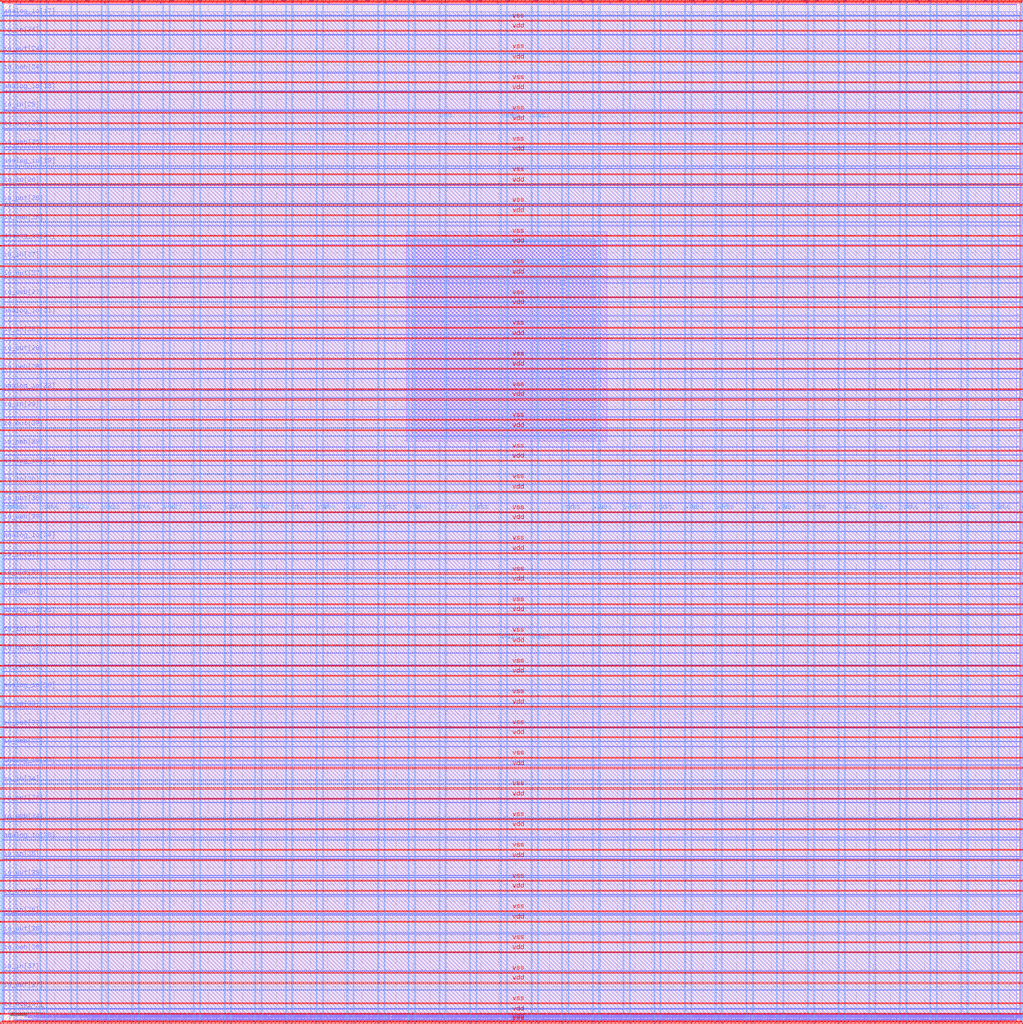
<source format=lef>
VERSION 5.7 ;
  NOWIREEXTENSIONATPIN ON ;
  DIVIDERCHAR "/" ;
  BUSBITCHARS "[]" ;
MACRO user_project_wrapper
  CLASS BLOCK ;
  FOREIGN user_project_wrapper ;
  ORIGIN 0.000 0.000 ;
  SIZE 2980.200 BY 2980.200 ;
  PIN analog_io[0]
    DIRECTION INOUT ;
    USE SIGNAL ;
    PORT
      LAYER Metal3 ;
        RECT 2977.800 1209.320 2985.000 1210.440 ;
    END
  END analog_io[0]
  PIN analog_io[10]
    DIRECTION INOUT ;
    USE SIGNAL ;
    PORT
      LAYER Metal2 ;
        RECT 2271.640 2977.800 2272.760 2985.000 ;
    END
  END analog_io[10]
  PIN analog_io[11]
    DIRECTION INOUT ;
    USE SIGNAL ;
    PORT
      LAYER Metal2 ;
        RECT 1942.360 2977.800 1943.480 2985.000 ;
    END
  END analog_io[11]
  PIN analog_io[12]
    DIRECTION INOUT ;
    USE SIGNAL ;
    PORT
      LAYER Metal2 ;
        RECT 1613.080 2977.800 1614.200 2985.000 ;
    END
  END analog_io[12]
  PIN analog_io[13]
    DIRECTION INOUT ;
    USE SIGNAL ;
    PORT
      LAYER Metal2 ;
        RECT 1283.800 2977.800 1284.920 2985.000 ;
    END
  END analog_io[13]
  PIN analog_io[14]
    DIRECTION INOUT ;
    USE SIGNAL ;
    PORT
      LAYER Metal2 ;
        RECT 954.520 2977.800 955.640 2985.000 ;
    END
  END analog_io[14]
  PIN analog_io[15]
    DIRECTION INOUT ;
    USE SIGNAL ;
    PORT
      LAYER Metal2 ;
        RECT 625.240 2977.800 626.360 2985.000 ;
    END
  END analog_io[15]
  PIN analog_io[16]
    DIRECTION INOUT ;
    USE SIGNAL ;
    PORT
      LAYER Metal2 ;
        RECT 295.960 2977.800 297.080 2985.000 ;
    END
  END analog_io[16]
  PIN analog_io[17]
    DIRECTION INOUT ;
    USE SIGNAL ;
    PORT
      LAYER Metal3 ;
        RECT -4.800 2943.640 2.400 2944.760 ;
    END
  END analog_io[17]
  PIN analog_io[18]
    DIRECTION INOUT ;
    USE SIGNAL ;
    PORT
      LAYER Metal3 ;
        RECT -4.800 2724.120 2.400 2725.240 ;
    END
  END analog_io[18]
  PIN analog_io[19]
    DIRECTION INOUT ;
    USE SIGNAL ;
    PORT
      LAYER Metal3 ;
        RECT -4.800 2504.600 2.400 2505.720 ;
    END
  END analog_io[19]
  PIN analog_io[1]
    DIRECTION INOUT ;
    USE SIGNAL ;
    PORT
      LAYER Metal3 ;
        RECT 2977.800 1433.320 2985.000 1434.440 ;
    END
  END analog_io[1]
  PIN analog_io[20]
    DIRECTION INOUT ;
    USE SIGNAL ;
    PORT
      LAYER Metal3 ;
        RECT -4.800 2285.080 2.400 2286.200 ;
    END
  END analog_io[20]
  PIN analog_io[21]
    DIRECTION INOUT ;
    USE SIGNAL ;
    PORT
      LAYER Metal3 ;
        RECT -4.800 2065.560 2.400 2066.680 ;
    END
  END analog_io[21]
  PIN analog_io[22]
    DIRECTION INOUT ;
    USE SIGNAL ;
    PORT
      LAYER Metal3 ;
        RECT -4.800 1846.040 2.400 1847.160 ;
    END
  END analog_io[22]
  PIN analog_io[23]
    DIRECTION INOUT ;
    USE SIGNAL ;
    PORT
      LAYER Metal3 ;
        RECT -4.800 1626.520 2.400 1627.640 ;
    END
  END analog_io[23]
  PIN analog_io[24]
    DIRECTION INOUT ;
    USE SIGNAL ;
    PORT
      LAYER Metal3 ;
        RECT -4.800 1407.000 2.400 1408.120 ;
    END
  END analog_io[24]
  PIN analog_io[25]
    DIRECTION INOUT ;
    USE SIGNAL ;
    PORT
      LAYER Metal3 ;
        RECT -4.800 1187.480 2.400 1188.600 ;
    END
  END analog_io[25]
  PIN analog_io[26]
    DIRECTION INOUT ;
    USE SIGNAL ;
    PORT
      LAYER Metal3 ;
        RECT -4.800 967.960 2.400 969.080 ;
    END
  END analog_io[26]
  PIN analog_io[27]
    DIRECTION INOUT ;
    USE SIGNAL ;
    PORT
      LAYER Metal3 ;
        RECT -4.800 748.440 2.400 749.560 ;
    END
  END analog_io[27]
  PIN analog_io[28]
    DIRECTION INOUT ;
    USE SIGNAL ;
    PORT
      LAYER Metal3 ;
        RECT -4.800 528.920 2.400 530.040 ;
    END
  END analog_io[28]
  PIN analog_io[2]
    DIRECTION INOUT ;
    USE SIGNAL ;
    PORT
      LAYER Metal3 ;
        RECT 2977.800 1657.320 2985.000 1658.440 ;
    END
  END analog_io[2]
  PIN analog_io[3]
    DIRECTION INOUT ;
    USE SIGNAL ;
    PORT
      LAYER Metal3 ;
        RECT 2977.800 1881.320 2985.000 1882.440 ;
    END
  END analog_io[3]
  PIN analog_io[4]
    DIRECTION INOUT ;
    USE SIGNAL ;
    PORT
      LAYER Metal3 ;
        RECT 2977.800 2105.320 2985.000 2106.440 ;
    END
  END analog_io[4]
  PIN analog_io[5]
    DIRECTION INOUT ;
    USE SIGNAL ;
    PORT
      LAYER Metal3 ;
        RECT 2977.800 2329.320 2985.000 2330.440 ;
    END
  END analog_io[5]
  PIN analog_io[6]
    DIRECTION INOUT ;
    USE SIGNAL ;
    PORT
      LAYER Metal3 ;
        RECT 2977.800 2553.320 2985.000 2554.440 ;
    END
  END analog_io[6]
  PIN analog_io[7]
    DIRECTION INOUT ;
    USE SIGNAL ;
    PORT
      LAYER Metal3 ;
        RECT 2977.800 2777.320 2985.000 2778.440 ;
    END
  END analog_io[7]
  PIN analog_io[8]
    DIRECTION INOUT ;
    USE SIGNAL ;
    PORT
      LAYER Metal2 ;
        RECT 2930.200 2977.800 2931.320 2985.000 ;
    END
  END analog_io[8]
  PIN analog_io[9]
    DIRECTION INOUT ;
    USE SIGNAL ;
    PORT
      LAYER Metal2 ;
        RECT 2600.920 2977.800 2602.040 2985.000 ;
    END
  END analog_io[9]
  PIN io_in[0]
    DIRECTION INPUT ;
    USE SIGNAL ;
    PORT
      LAYER Metal3 ;
        RECT 2977.800 33.320 2985.000 34.440 ;
    END
  END io_in[0]
  PIN io_in[10]
    DIRECTION INPUT ;
    USE SIGNAL ;
    PORT
      LAYER Metal3 ;
        RECT 2977.800 1937.320 2985.000 1938.440 ;
    END
  END io_in[10]
  PIN io_in[11]
    DIRECTION INPUT ;
    USE SIGNAL ;
    PORT
      LAYER Metal3 ;
        RECT 2977.800 2161.320 2985.000 2162.440 ;
    END
  END io_in[11]
  PIN io_in[12]
    DIRECTION INPUT ;
    USE SIGNAL ;
    PORT
      LAYER Metal3 ;
        RECT 2977.800 2385.320 2985.000 2386.440 ;
    END
  END io_in[12]
  PIN io_in[13]
    DIRECTION INPUT ;
    USE SIGNAL ;
    PORT
      LAYER Metal3 ;
        RECT 2977.800 2609.320 2985.000 2610.440 ;
    END
  END io_in[13]
  PIN io_in[14]
    DIRECTION INPUT ;
    USE SIGNAL ;
    PORT
      LAYER Metal3 ;
        RECT 2977.800 2833.320 2985.000 2834.440 ;
    END
  END io_in[14]
  PIN io_in[15]
    DIRECTION INPUT ;
    USE SIGNAL ;
    PORT
      LAYER Metal2 ;
        RECT 2847.880 2977.800 2849.000 2985.000 ;
    END
  END io_in[15]
  PIN io_in[16]
    DIRECTION INPUT ;
    USE SIGNAL ;
    PORT
      LAYER Metal2 ;
        RECT 2518.600 2977.800 2519.720 2985.000 ;
    END
  END io_in[16]
  PIN io_in[17]
    DIRECTION INPUT ;
    USE SIGNAL ;
    PORT
      LAYER Metal2 ;
        RECT 2189.320 2977.800 2190.440 2985.000 ;
    END
  END io_in[17]
  PIN io_in[18]
    DIRECTION INPUT ;
    USE SIGNAL ;
    PORT
      LAYER Metal2 ;
        RECT 1860.040 2977.800 1861.160 2985.000 ;
    END
  END io_in[18]
  PIN io_in[19]
    DIRECTION INPUT ;
    USE SIGNAL ;
    PORT
      LAYER Metal2 ;
        RECT 1530.760 2977.800 1531.880 2985.000 ;
    END
  END io_in[19]
  PIN io_in[1]
    DIRECTION INPUT ;
    USE SIGNAL ;
    PORT
      LAYER Metal3 ;
        RECT 2977.800 201.320 2985.000 202.440 ;
    END
  END io_in[1]
  PIN io_in[20]
    DIRECTION INPUT ;
    USE SIGNAL ;
    PORT
      LAYER Metal2 ;
        RECT 1201.480 2977.800 1202.600 2985.000 ;
    END
  END io_in[20]
  PIN io_in[21]
    DIRECTION INPUT ;
    USE SIGNAL ;
    PORT
      LAYER Metal2 ;
        RECT 872.200 2977.800 873.320 2985.000 ;
    END
  END io_in[21]
  PIN io_in[22]
    DIRECTION INPUT ;
    USE SIGNAL ;
    PORT
      LAYER Metal2 ;
        RECT 542.920 2977.800 544.040 2985.000 ;
    END
  END io_in[22]
  PIN io_in[23]
    DIRECTION INPUT ;
    USE SIGNAL ;
    PORT
      LAYER Metal2 ;
        RECT 213.640 2977.800 214.760 2985.000 ;
    END
  END io_in[23]
  PIN io_in[24]
    DIRECTION INPUT ;
    USE SIGNAL ;
    PORT
      LAYER Metal3 ;
        RECT -4.800 2888.760 2.400 2889.880 ;
    END
  END io_in[24]
  PIN io_in[25]
    DIRECTION INPUT ;
    USE SIGNAL ;
    PORT
      LAYER Metal3 ;
        RECT -4.800 2669.240 2.400 2670.360 ;
    END
  END io_in[25]
  PIN io_in[26]
    DIRECTION INPUT ;
    USE SIGNAL ;
    PORT
      LAYER Metal3 ;
        RECT -4.800 2449.720 2.400 2450.840 ;
    END
  END io_in[26]
  PIN io_in[27]
    DIRECTION INPUT ;
    USE SIGNAL ;
    PORT
      LAYER Metal3 ;
        RECT -4.800 2230.200 2.400 2231.320 ;
    END
  END io_in[27]
  PIN io_in[28]
    DIRECTION INPUT ;
    USE SIGNAL ;
    PORT
      LAYER Metal3 ;
        RECT -4.800 2010.680 2.400 2011.800 ;
    END
  END io_in[28]
  PIN io_in[29]
    DIRECTION INPUT ;
    USE SIGNAL ;
    PORT
      LAYER Metal3 ;
        RECT -4.800 1791.160 2.400 1792.280 ;
    END
  END io_in[29]
  PIN io_in[2]
    DIRECTION INPUT ;
    USE SIGNAL ;
    PORT
      LAYER Metal3 ;
        RECT 2977.800 369.320 2985.000 370.440 ;
    END
  END io_in[2]
  PIN io_in[30]
    DIRECTION INPUT ;
    USE SIGNAL ;
    PORT
      LAYER Metal3 ;
        RECT -4.800 1571.640 2.400 1572.760 ;
    END
  END io_in[30]
  PIN io_in[31]
    DIRECTION INPUT ;
    USE SIGNAL ;
    PORT
      LAYER Metal3 ;
        RECT -4.800 1352.120 2.400 1353.240 ;
    END
  END io_in[31]
  PIN io_in[32]
    DIRECTION INPUT ;
    USE SIGNAL ;
    PORT
      LAYER Metal3 ;
        RECT -4.800 1132.600 2.400 1133.720 ;
    END
  END io_in[32]
  PIN io_in[33]
    DIRECTION INPUT ;
    USE SIGNAL ;
    PORT
      LAYER Metal3 ;
        RECT -4.800 913.080 2.400 914.200 ;
    END
  END io_in[33]
  PIN io_in[34]
    DIRECTION INPUT ;
    USE SIGNAL ;
    PORT
      LAYER Metal3 ;
        RECT -4.800 693.560 2.400 694.680 ;
    END
  END io_in[34]
  PIN io_in[35]
    DIRECTION INPUT ;
    USE SIGNAL ;
    PORT
      LAYER Metal3 ;
        RECT -4.800 474.040 2.400 475.160 ;
    END
  END io_in[35]
  PIN io_in[36]
    DIRECTION INPUT ;
    USE SIGNAL ;
    PORT
      LAYER Metal3 ;
        RECT -4.800 309.400 2.400 310.520 ;
    END
  END io_in[36]
  PIN io_in[37]
    DIRECTION INPUT ;
    USE SIGNAL ;
    PORT
      LAYER Metal3 ;
        RECT -4.800 144.760 2.400 145.880 ;
    END
  END io_in[37]
  PIN io_in[3]
    DIRECTION INPUT ;
    USE SIGNAL ;
    PORT
      LAYER Metal3 ;
        RECT 2977.800 537.320 2985.000 538.440 ;
    END
  END io_in[3]
  PIN io_in[4]
    DIRECTION INPUT ;
    USE SIGNAL ;
    PORT
      LAYER Metal3 ;
        RECT 2977.800 705.320 2985.000 706.440 ;
    END
  END io_in[4]
  PIN io_in[5]
    DIRECTION INPUT ;
    USE SIGNAL ;
    PORT
      LAYER Metal3 ;
        RECT 2977.800 873.320 2985.000 874.440 ;
    END
  END io_in[5]
  PIN io_in[6]
    DIRECTION INPUT ;
    USE SIGNAL ;
    PORT
      LAYER Metal3 ;
        RECT 2977.800 1041.320 2985.000 1042.440 ;
    END
  END io_in[6]
  PIN io_in[7]
    DIRECTION INPUT ;
    USE SIGNAL ;
    PORT
      LAYER Metal3 ;
        RECT 2977.800 1265.320 2985.000 1266.440 ;
    END
  END io_in[7]
  PIN io_in[8]
    DIRECTION INPUT ;
    USE SIGNAL ;
    PORT
      LAYER Metal3 ;
        RECT 2977.800 1489.320 2985.000 1490.440 ;
    END
  END io_in[8]
  PIN io_in[9]
    DIRECTION INPUT ;
    USE SIGNAL ;
    PORT
      LAYER Metal3 ;
        RECT 2977.800 1713.320 2985.000 1714.440 ;
    END
  END io_in[9]
  PIN io_oeb[0]
    DIRECTION OUTPUT TRISTATE ;
    USE SIGNAL ;
    PORT
      LAYER Metal3 ;
        RECT 2977.800 145.320 2985.000 146.440 ;
    END
  END io_oeb[0]
  PIN io_oeb[10]
    DIRECTION OUTPUT TRISTATE ;
    USE SIGNAL ;
    PORT
      LAYER Metal3 ;
        RECT 2977.800 2049.320 2985.000 2050.440 ;
    END
  END io_oeb[10]
  PIN io_oeb[11]
    DIRECTION OUTPUT TRISTATE ;
    USE SIGNAL ;
    PORT
      LAYER Metal3 ;
        RECT 2977.800 2273.320 2985.000 2274.440 ;
    END
  END io_oeb[11]
  PIN io_oeb[12]
    DIRECTION OUTPUT TRISTATE ;
    USE SIGNAL ;
    PORT
      LAYER Metal3 ;
        RECT 2977.800 2497.320 2985.000 2498.440 ;
    END
  END io_oeb[12]
  PIN io_oeb[13]
    DIRECTION OUTPUT TRISTATE ;
    USE SIGNAL ;
    PORT
      LAYER Metal3 ;
        RECT 2977.800 2721.320 2985.000 2722.440 ;
    END
  END io_oeb[13]
  PIN io_oeb[14]
    DIRECTION OUTPUT TRISTATE ;
    USE SIGNAL ;
    PORT
      LAYER Metal3 ;
        RECT 2977.800 2945.320 2985.000 2946.440 ;
    END
  END io_oeb[14]
  PIN io_oeb[15]
    DIRECTION OUTPUT TRISTATE ;
    USE SIGNAL ;
    PORT
      LAYER Metal2 ;
        RECT 2683.240 2977.800 2684.360 2985.000 ;
    END
  END io_oeb[15]
  PIN io_oeb[16]
    DIRECTION OUTPUT TRISTATE ;
    USE SIGNAL ;
    PORT
      LAYER Metal2 ;
        RECT 2353.960 2977.800 2355.080 2985.000 ;
    END
  END io_oeb[16]
  PIN io_oeb[17]
    DIRECTION OUTPUT TRISTATE ;
    USE SIGNAL ;
    PORT
      LAYER Metal2 ;
        RECT 2024.680 2977.800 2025.800 2985.000 ;
    END
  END io_oeb[17]
  PIN io_oeb[18]
    DIRECTION OUTPUT TRISTATE ;
    USE SIGNAL ;
    PORT
      LAYER Metal2 ;
        RECT 1695.400 2977.800 1696.520 2985.000 ;
    END
  END io_oeb[18]
  PIN io_oeb[19]
    DIRECTION OUTPUT TRISTATE ;
    USE SIGNAL ;
    PORT
      LAYER Metal2 ;
        RECT 1366.120 2977.800 1367.240 2985.000 ;
    END
  END io_oeb[19]
  PIN io_oeb[1]
    DIRECTION OUTPUT TRISTATE ;
    USE SIGNAL ;
    PORT
      LAYER Metal3 ;
        RECT 2977.800 313.320 2985.000 314.440 ;
    END
  END io_oeb[1]
  PIN io_oeb[20]
    DIRECTION OUTPUT TRISTATE ;
    USE SIGNAL ;
    PORT
      LAYER Metal2 ;
        RECT 1036.840 2977.800 1037.960 2985.000 ;
    END
  END io_oeb[20]
  PIN io_oeb[21]
    DIRECTION OUTPUT TRISTATE ;
    USE SIGNAL ;
    PORT
      LAYER Metal2 ;
        RECT 707.560 2977.800 708.680 2985.000 ;
    END
  END io_oeb[21]
  PIN io_oeb[22]
    DIRECTION OUTPUT TRISTATE ;
    USE SIGNAL ;
    PORT
      LAYER Metal2 ;
        RECT 378.280 2977.800 379.400 2985.000 ;
    END
  END io_oeb[22]
  PIN io_oeb[23]
    DIRECTION OUTPUT TRISTATE ;
    USE SIGNAL ;
    PORT
      LAYER Metal2 ;
        RECT 49.000 2977.800 50.120 2985.000 ;
    END
  END io_oeb[23]
  PIN io_oeb[24]
    DIRECTION OUTPUT TRISTATE ;
    USE SIGNAL ;
    PORT
      LAYER Metal3 ;
        RECT -4.800 2779.000 2.400 2780.120 ;
    END
  END io_oeb[24]
  PIN io_oeb[25]
    DIRECTION OUTPUT TRISTATE ;
    USE SIGNAL ;
    PORT
      LAYER Metal3 ;
        RECT -4.800 2559.480 2.400 2560.600 ;
    END
  END io_oeb[25]
  PIN io_oeb[26]
    DIRECTION OUTPUT TRISTATE ;
    USE SIGNAL ;
    PORT
      LAYER Metal3 ;
        RECT -4.800 2339.960 2.400 2341.080 ;
    END
  END io_oeb[26]
  PIN io_oeb[27]
    DIRECTION OUTPUT TRISTATE ;
    USE SIGNAL ;
    PORT
      LAYER Metal3 ;
        RECT -4.800 2120.440 2.400 2121.560 ;
    END
  END io_oeb[27]
  PIN io_oeb[28]
    DIRECTION OUTPUT TRISTATE ;
    USE SIGNAL ;
    PORT
      LAYER Metal3 ;
        RECT -4.800 1900.920 2.400 1902.040 ;
    END
  END io_oeb[28]
  PIN io_oeb[29]
    DIRECTION OUTPUT TRISTATE ;
    USE SIGNAL ;
    PORT
      LAYER Metal3 ;
        RECT -4.800 1681.400 2.400 1682.520 ;
    END
  END io_oeb[29]
  PIN io_oeb[2]
    DIRECTION OUTPUT TRISTATE ;
    USE SIGNAL ;
    PORT
      LAYER Metal3 ;
        RECT 2977.800 481.320 2985.000 482.440 ;
    END
  END io_oeb[2]
  PIN io_oeb[30]
    DIRECTION OUTPUT TRISTATE ;
    USE SIGNAL ;
    PORT
      LAYER Metal3 ;
        RECT -4.800 1461.880 2.400 1463.000 ;
    END
  END io_oeb[30]
  PIN io_oeb[31]
    DIRECTION OUTPUT TRISTATE ;
    USE SIGNAL ;
    PORT
      LAYER Metal3 ;
        RECT -4.800 1242.360 2.400 1243.480 ;
    END
  END io_oeb[31]
  PIN io_oeb[32]
    DIRECTION OUTPUT TRISTATE ;
    USE SIGNAL ;
    PORT
      LAYER Metal3 ;
        RECT -4.800 1022.840 2.400 1023.960 ;
    END
  END io_oeb[32]
  PIN io_oeb[33]
    DIRECTION OUTPUT TRISTATE ;
    USE SIGNAL ;
    PORT
      LAYER Metal3 ;
        RECT -4.800 803.320 2.400 804.440 ;
    END
  END io_oeb[33]
  PIN io_oeb[34]
    DIRECTION OUTPUT TRISTATE ;
    USE SIGNAL ;
    PORT
      LAYER Metal3 ;
        RECT -4.800 583.800 2.400 584.920 ;
    END
  END io_oeb[34]
  PIN io_oeb[35]
    DIRECTION OUTPUT TRISTATE ;
    USE SIGNAL ;
    PORT
      LAYER Metal3 ;
        RECT -4.800 364.280 2.400 365.400 ;
    END
  END io_oeb[35]
  PIN io_oeb[36]
    DIRECTION OUTPUT TRISTATE ;
    USE SIGNAL ;
    PORT
      LAYER Metal3 ;
        RECT -4.800 199.640 2.400 200.760 ;
    END
  END io_oeb[36]
  PIN io_oeb[37]
    DIRECTION OUTPUT TRISTATE ;
    USE SIGNAL ;
    PORT
      LAYER Metal3 ;
        RECT -4.800 35.000 2.400 36.120 ;
    END
  END io_oeb[37]
  PIN io_oeb[3]
    DIRECTION OUTPUT TRISTATE ;
    USE SIGNAL ;
    PORT
      LAYER Metal3 ;
        RECT 2977.800 649.320 2985.000 650.440 ;
    END
  END io_oeb[3]
  PIN io_oeb[4]
    DIRECTION OUTPUT TRISTATE ;
    USE SIGNAL ;
    PORT
      LAYER Metal3 ;
        RECT 2977.800 817.320 2985.000 818.440 ;
    END
  END io_oeb[4]
  PIN io_oeb[5]
    DIRECTION OUTPUT TRISTATE ;
    USE SIGNAL ;
    PORT
      LAYER Metal3 ;
        RECT 2977.800 985.320 2985.000 986.440 ;
    END
  END io_oeb[5]
  PIN io_oeb[6]
    DIRECTION OUTPUT TRISTATE ;
    USE SIGNAL ;
    PORT
      LAYER Metal3 ;
        RECT 2977.800 1153.320 2985.000 1154.440 ;
    END
  END io_oeb[6]
  PIN io_oeb[7]
    DIRECTION OUTPUT TRISTATE ;
    USE SIGNAL ;
    PORT
      LAYER Metal3 ;
        RECT 2977.800 1377.320 2985.000 1378.440 ;
    END
  END io_oeb[7]
  PIN io_oeb[8]
    DIRECTION OUTPUT TRISTATE ;
    USE SIGNAL ;
    PORT
      LAYER Metal3 ;
        RECT 2977.800 1601.320 2985.000 1602.440 ;
    END
  END io_oeb[8]
  PIN io_oeb[9]
    DIRECTION OUTPUT TRISTATE ;
    USE SIGNAL ;
    PORT
      LAYER Metal3 ;
        RECT 2977.800 1825.320 2985.000 1826.440 ;
    END
  END io_oeb[9]
  PIN io_out[0]
    DIRECTION OUTPUT TRISTATE ;
    USE SIGNAL ;
    PORT
      LAYER Metal3 ;
        RECT 2977.800 89.320 2985.000 90.440 ;
    END
  END io_out[0]
  PIN io_out[10]
    DIRECTION OUTPUT TRISTATE ;
    USE SIGNAL ;
    PORT
      LAYER Metal3 ;
        RECT 2977.800 1993.320 2985.000 1994.440 ;
    END
  END io_out[10]
  PIN io_out[11]
    DIRECTION OUTPUT TRISTATE ;
    USE SIGNAL ;
    PORT
      LAYER Metal3 ;
        RECT 2977.800 2217.320 2985.000 2218.440 ;
    END
  END io_out[11]
  PIN io_out[12]
    DIRECTION OUTPUT TRISTATE ;
    USE SIGNAL ;
    PORT
      LAYER Metal3 ;
        RECT 2977.800 2441.320 2985.000 2442.440 ;
    END
  END io_out[12]
  PIN io_out[13]
    DIRECTION OUTPUT TRISTATE ;
    USE SIGNAL ;
    PORT
      LAYER Metal3 ;
        RECT 2977.800 2665.320 2985.000 2666.440 ;
    END
  END io_out[13]
  PIN io_out[14]
    DIRECTION OUTPUT TRISTATE ;
    USE SIGNAL ;
    PORT
      LAYER Metal3 ;
        RECT 2977.800 2889.320 2985.000 2890.440 ;
    END
  END io_out[14]
  PIN io_out[15]
    DIRECTION OUTPUT TRISTATE ;
    USE SIGNAL ;
    PORT
      LAYER Metal2 ;
        RECT 2765.560 2977.800 2766.680 2985.000 ;
    END
  END io_out[15]
  PIN io_out[16]
    DIRECTION OUTPUT TRISTATE ;
    USE SIGNAL ;
    PORT
      LAYER Metal2 ;
        RECT 2436.280 2977.800 2437.400 2985.000 ;
    END
  END io_out[16]
  PIN io_out[17]
    DIRECTION OUTPUT TRISTATE ;
    USE SIGNAL ;
    PORT
      LAYER Metal2 ;
        RECT 2107.000 2977.800 2108.120 2985.000 ;
    END
  END io_out[17]
  PIN io_out[18]
    DIRECTION OUTPUT TRISTATE ;
    USE SIGNAL ;
    PORT
      LAYER Metal2 ;
        RECT 1777.720 2977.800 1778.840 2985.000 ;
    END
  END io_out[18]
  PIN io_out[19]
    DIRECTION OUTPUT TRISTATE ;
    USE SIGNAL ;
    PORT
      LAYER Metal2 ;
        RECT 1448.440 2977.800 1449.560 2985.000 ;
    END
  END io_out[19]
  PIN io_out[1]
    DIRECTION OUTPUT TRISTATE ;
    USE SIGNAL ;
    PORT
      LAYER Metal3 ;
        RECT 2977.800 257.320 2985.000 258.440 ;
    END
  END io_out[1]
  PIN io_out[20]
    DIRECTION OUTPUT TRISTATE ;
    USE SIGNAL ;
    PORT
      LAYER Metal2 ;
        RECT 1119.160 2977.800 1120.280 2985.000 ;
    END
  END io_out[20]
  PIN io_out[21]
    DIRECTION OUTPUT TRISTATE ;
    USE SIGNAL ;
    PORT
      LAYER Metal2 ;
        RECT 789.880 2977.800 791.000 2985.000 ;
    END
  END io_out[21]
  PIN io_out[22]
    DIRECTION OUTPUT TRISTATE ;
    USE SIGNAL ;
    PORT
      LAYER Metal2 ;
        RECT 460.600 2977.800 461.720 2985.000 ;
    END
  END io_out[22]
  PIN io_out[23]
    DIRECTION OUTPUT TRISTATE ;
    USE SIGNAL ;
    PORT
      LAYER Metal2 ;
        RECT 131.320 2977.800 132.440 2985.000 ;
    END
  END io_out[23]
  PIN io_out[24]
    DIRECTION OUTPUT TRISTATE ;
    USE SIGNAL ;
    PORT
      LAYER Metal3 ;
        RECT -4.800 2833.880 2.400 2835.000 ;
    END
  END io_out[24]
  PIN io_out[25]
    DIRECTION OUTPUT TRISTATE ;
    USE SIGNAL ;
    PORT
      LAYER Metal3 ;
        RECT -4.800 2614.360 2.400 2615.480 ;
    END
  END io_out[25]
  PIN io_out[26]
    DIRECTION OUTPUT TRISTATE ;
    USE SIGNAL ;
    PORT
      LAYER Metal3 ;
        RECT -4.800 2394.840 2.400 2395.960 ;
    END
  END io_out[26]
  PIN io_out[27]
    DIRECTION OUTPUT TRISTATE ;
    USE SIGNAL ;
    PORT
      LAYER Metal3 ;
        RECT -4.800 2175.320 2.400 2176.440 ;
    END
  END io_out[27]
  PIN io_out[28]
    DIRECTION OUTPUT TRISTATE ;
    USE SIGNAL ;
    PORT
      LAYER Metal3 ;
        RECT -4.800 1955.800 2.400 1956.920 ;
    END
  END io_out[28]
  PIN io_out[29]
    DIRECTION OUTPUT TRISTATE ;
    USE SIGNAL ;
    PORT
      LAYER Metal3 ;
        RECT -4.800 1736.280 2.400 1737.400 ;
    END
  END io_out[29]
  PIN io_out[2]
    DIRECTION OUTPUT TRISTATE ;
    USE SIGNAL ;
    PORT
      LAYER Metal3 ;
        RECT 2977.800 425.320 2985.000 426.440 ;
    END
  END io_out[2]
  PIN io_out[30]
    DIRECTION OUTPUT TRISTATE ;
    USE SIGNAL ;
    PORT
      LAYER Metal3 ;
        RECT -4.800 1516.760 2.400 1517.880 ;
    END
  END io_out[30]
  PIN io_out[31]
    DIRECTION OUTPUT TRISTATE ;
    USE SIGNAL ;
    PORT
      LAYER Metal3 ;
        RECT -4.800 1297.240 2.400 1298.360 ;
    END
  END io_out[31]
  PIN io_out[32]
    DIRECTION OUTPUT TRISTATE ;
    USE SIGNAL ;
    PORT
      LAYER Metal3 ;
        RECT -4.800 1077.720 2.400 1078.840 ;
    END
  END io_out[32]
  PIN io_out[33]
    DIRECTION OUTPUT TRISTATE ;
    USE SIGNAL ;
    PORT
      LAYER Metal3 ;
        RECT -4.800 858.200 2.400 859.320 ;
    END
  END io_out[33]
  PIN io_out[34]
    DIRECTION OUTPUT TRISTATE ;
    USE SIGNAL ;
    PORT
      LAYER Metal3 ;
        RECT -4.800 638.680 2.400 639.800 ;
    END
  END io_out[34]
  PIN io_out[35]
    DIRECTION OUTPUT TRISTATE ;
    USE SIGNAL ;
    PORT
      LAYER Metal3 ;
        RECT -4.800 419.160 2.400 420.280 ;
    END
  END io_out[35]
  PIN io_out[36]
    DIRECTION OUTPUT TRISTATE ;
    USE SIGNAL ;
    PORT
      LAYER Metal3 ;
        RECT -4.800 254.520 2.400 255.640 ;
    END
  END io_out[36]
  PIN io_out[37]
    DIRECTION OUTPUT TRISTATE ;
    USE SIGNAL ;
    PORT
      LAYER Metal3 ;
        RECT -4.800 89.880 2.400 91.000 ;
    END
  END io_out[37]
  PIN io_out[3]
    DIRECTION OUTPUT TRISTATE ;
    USE SIGNAL ;
    PORT
      LAYER Metal3 ;
        RECT 2977.800 593.320 2985.000 594.440 ;
    END
  END io_out[3]
  PIN io_out[4]
    DIRECTION OUTPUT TRISTATE ;
    USE SIGNAL ;
    PORT
      LAYER Metal3 ;
        RECT 2977.800 761.320 2985.000 762.440 ;
    END
  END io_out[4]
  PIN io_out[5]
    DIRECTION OUTPUT TRISTATE ;
    USE SIGNAL ;
    PORT
      LAYER Metal3 ;
        RECT 2977.800 929.320 2985.000 930.440 ;
    END
  END io_out[5]
  PIN io_out[6]
    DIRECTION OUTPUT TRISTATE ;
    USE SIGNAL ;
    PORT
      LAYER Metal3 ;
        RECT 2977.800 1097.320 2985.000 1098.440 ;
    END
  END io_out[6]
  PIN io_out[7]
    DIRECTION OUTPUT TRISTATE ;
    USE SIGNAL ;
    PORT
      LAYER Metal3 ;
        RECT 2977.800 1321.320 2985.000 1322.440 ;
    END
  END io_out[7]
  PIN io_out[8]
    DIRECTION OUTPUT TRISTATE ;
    USE SIGNAL ;
    PORT
      LAYER Metal3 ;
        RECT 2977.800 1545.320 2985.000 1546.440 ;
    END
  END io_out[8]
  PIN io_out[9]
    DIRECTION OUTPUT TRISTATE ;
    USE SIGNAL ;
    PORT
      LAYER Metal3 ;
        RECT 2977.800 1769.320 2985.000 1770.440 ;
    END
  END io_out[9]
  PIN la_data_in[0]
    DIRECTION INPUT ;
    USE SIGNAL ;
    PORT
      LAYER Metal2 ;
        RECT 1065.960 -4.800 1067.080 2.400 ;
    END
  END la_data_in[0]
  PIN la_data_in[10]
    DIRECTION INPUT ;
    USE SIGNAL ;
    PORT
      LAYER Metal2 ;
        RECT 1351.560 -4.800 1352.680 2.400 ;
    END
  END la_data_in[10]
  PIN la_data_in[11]
    DIRECTION INPUT ;
    USE SIGNAL ;
    PORT
      LAYER Metal2 ;
        RECT 1380.120 -4.800 1381.240 2.400 ;
    END
  END la_data_in[11]
  PIN la_data_in[12]
    DIRECTION INPUT ;
    USE SIGNAL ;
    PORT
      LAYER Metal2 ;
        RECT 1408.680 -4.800 1409.800 2.400 ;
    END
  END la_data_in[12]
  PIN la_data_in[13]
    DIRECTION INPUT ;
    USE SIGNAL ;
    PORT
      LAYER Metal2 ;
        RECT 1437.240 -4.800 1438.360 2.400 ;
    END
  END la_data_in[13]
  PIN la_data_in[14]
    DIRECTION INPUT ;
    USE SIGNAL ;
    PORT
      LAYER Metal2 ;
        RECT 1465.800 -4.800 1466.920 2.400 ;
    END
  END la_data_in[14]
  PIN la_data_in[15]
    DIRECTION INPUT ;
    USE SIGNAL ;
    PORT
      LAYER Metal2 ;
        RECT 1494.360 -4.800 1495.480 2.400 ;
    END
  END la_data_in[15]
  PIN la_data_in[16]
    DIRECTION INPUT ;
    USE SIGNAL ;
    PORT
      LAYER Metal2 ;
        RECT 1522.920 -4.800 1524.040 2.400 ;
    END
  END la_data_in[16]
  PIN la_data_in[17]
    DIRECTION INPUT ;
    USE SIGNAL ;
    PORT
      LAYER Metal2 ;
        RECT 1551.480 -4.800 1552.600 2.400 ;
    END
  END la_data_in[17]
  PIN la_data_in[18]
    DIRECTION INPUT ;
    USE SIGNAL ;
    PORT
      LAYER Metal2 ;
        RECT 1580.040 -4.800 1581.160 2.400 ;
    END
  END la_data_in[18]
  PIN la_data_in[19]
    DIRECTION INPUT ;
    USE SIGNAL ;
    PORT
      LAYER Metal2 ;
        RECT 1608.600 -4.800 1609.720 2.400 ;
    END
  END la_data_in[19]
  PIN la_data_in[1]
    DIRECTION INPUT ;
    USE SIGNAL ;
    PORT
      LAYER Metal2 ;
        RECT 1094.520 -4.800 1095.640 2.400 ;
    END
  END la_data_in[1]
  PIN la_data_in[20]
    DIRECTION INPUT ;
    USE SIGNAL ;
    PORT
      LAYER Metal2 ;
        RECT 1637.160 -4.800 1638.280 2.400 ;
    END
  END la_data_in[20]
  PIN la_data_in[21]
    DIRECTION INPUT ;
    USE SIGNAL ;
    PORT
      LAYER Metal2 ;
        RECT 1665.720 -4.800 1666.840 2.400 ;
    END
  END la_data_in[21]
  PIN la_data_in[22]
    DIRECTION INPUT ;
    USE SIGNAL ;
    PORT
      LAYER Metal2 ;
        RECT 1694.280 -4.800 1695.400 2.400 ;
    END
  END la_data_in[22]
  PIN la_data_in[23]
    DIRECTION INPUT ;
    USE SIGNAL ;
    PORT
      LAYER Metal2 ;
        RECT 1722.840 -4.800 1723.960 2.400 ;
    END
  END la_data_in[23]
  PIN la_data_in[24]
    DIRECTION INPUT ;
    USE SIGNAL ;
    PORT
      LAYER Metal2 ;
        RECT 1751.400 -4.800 1752.520 2.400 ;
    END
  END la_data_in[24]
  PIN la_data_in[25]
    DIRECTION INPUT ;
    USE SIGNAL ;
    PORT
      LAYER Metal2 ;
        RECT 1779.960 -4.800 1781.080 2.400 ;
    END
  END la_data_in[25]
  PIN la_data_in[26]
    DIRECTION INPUT ;
    USE SIGNAL ;
    PORT
      LAYER Metal2 ;
        RECT 1808.520 -4.800 1809.640 2.400 ;
    END
  END la_data_in[26]
  PIN la_data_in[27]
    DIRECTION INPUT ;
    USE SIGNAL ;
    PORT
      LAYER Metal2 ;
        RECT 1837.080 -4.800 1838.200 2.400 ;
    END
  END la_data_in[27]
  PIN la_data_in[28]
    DIRECTION INPUT ;
    USE SIGNAL ;
    PORT
      LAYER Metal2 ;
        RECT 1865.640 -4.800 1866.760 2.400 ;
    END
  END la_data_in[28]
  PIN la_data_in[29]
    DIRECTION INPUT ;
    USE SIGNAL ;
    PORT
      LAYER Metal2 ;
        RECT 1894.200 -4.800 1895.320 2.400 ;
    END
  END la_data_in[29]
  PIN la_data_in[2]
    DIRECTION INPUT ;
    USE SIGNAL ;
    PORT
      LAYER Metal2 ;
        RECT 1123.080 -4.800 1124.200 2.400 ;
    END
  END la_data_in[2]
  PIN la_data_in[30]
    DIRECTION INPUT ;
    USE SIGNAL ;
    PORT
      LAYER Metal2 ;
        RECT 1922.760 -4.800 1923.880 2.400 ;
    END
  END la_data_in[30]
  PIN la_data_in[31]
    DIRECTION INPUT ;
    USE SIGNAL ;
    PORT
      LAYER Metal2 ;
        RECT 1951.320 -4.800 1952.440 2.400 ;
    END
  END la_data_in[31]
  PIN la_data_in[32]
    DIRECTION INPUT ;
    USE SIGNAL ;
    PORT
      LAYER Metal2 ;
        RECT 1979.880 -4.800 1981.000 2.400 ;
    END
  END la_data_in[32]
  PIN la_data_in[33]
    DIRECTION INPUT ;
    USE SIGNAL ;
    PORT
      LAYER Metal2 ;
        RECT 2008.440 -4.800 2009.560 2.400 ;
    END
  END la_data_in[33]
  PIN la_data_in[34]
    DIRECTION INPUT ;
    USE SIGNAL ;
    PORT
      LAYER Metal2 ;
        RECT 2037.000 -4.800 2038.120 2.400 ;
    END
  END la_data_in[34]
  PIN la_data_in[35]
    DIRECTION INPUT ;
    USE SIGNAL ;
    PORT
      LAYER Metal2 ;
        RECT 2065.560 -4.800 2066.680 2.400 ;
    END
  END la_data_in[35]
  PIN la_data_in[36]
    DIRECTION INPUT ;
    USE SIGNAL ;
    PORT
      LAYER Metal2 ;
        RECT 2094.120 -4.800 2095.240 2.400 ;
    END
  END la_data_in[36]
  PIN la_data_in[37]
    DIRECTION INPUT ;
    USE SIGNAL ;
    PORT
      LAYER Metal2 ;
        RECT 2122.680 -4.800 2123.800 2.400 ;
    END
  END la_data_in[37]
  PIN la_data_in[38]
    DIRECTION INPUT ;
    USE SIGNAL ;
    PORT
      LAYER Metal2 ;
        RECT 2151.240 -4.800 2152.360 2.400 ;
    END
  END la_data_in[38]
  PIN la_data_in[39]
    DIRECTION INPUT ;
    USE SIGNAL ;
    PORT
      LAYER Metal2 ;
        RECT 2179.800 -4.800 2180.920 2.400 ;
    END
  END la_data_in[39]
  PIN la_data_in[3]
    DIRECTION INPUT ;
    USE SIGNAL ;
    PORT
      LAYER Metal2 ;
        RECT 1151.640 -4.800 1152.760 2.400 ;
    END
  END la_data_in[3]
  PIN la_data_in[40]
    DIRECTION INPUT ;
    USE SIGNAL ;
    PORT
      LAYER Metal2 ;
        RECT 2208.360 -4.800 2209.480 2.400 ;
    END
  END la_data_in[40]
  PIN la_data_in[41]
    DIRECTION INPUT ;
    USE SIGNAL ;
    PORT
      LAYER Metal2 ;
        RECT 2236.920 -4.800 2238.040 2.400 ;
    END
  END la_data_in[41]
  PIN la_data_in[42]
    DIRECTION INPUT ;
    USE SIGNAL ;
    PORT
      LAYER Metal2 ;
        RECT 2265.480 -4.800 2266.600 2.400 ;
    END
  END la_data_in[42]
  PIN la_data_in[43]
    DIRECTION INPUT ;
    USE SIGNAL ;
    PORT
      LAYER Metal2 ;
        RECT 2294.040 -4.800 2295.160 2.400 ;
    END
  END la_data_in[43]
  PIN la_data_in[44]
    DIRECTION INPUT ;
    USE SIGNAL ;
    PORT
      LAYER Metal2 ;
        RECT 2322.600 -4.800 2323.720 2.400 ;
    END
  END la_data_in[44]
  PIN la_data_in[45]
    DIRECTION INPUT ;
    USE SIGNAL ;
    PORT
      LAYER Metal2 ;
        RECT 2351.160 -4.800 2352.280 2.400 ;
    END
  END la_data_in[45]
  PIN la_data_in[46]
    DIRECTION INPUT ;
    USE SIGNAL ;
    PORT
      LAYER Metal2 ;
        RECT 2379.720 -4.800 2380.840 2.400 ;
    END
  END la_data_in[46]
  PIN la_data_in[47]
    DIRECTION INPUT ;
    USE SIGNAL ;
    PORT
      LAYER Metal2 ;
        RECT 2408.280 -4.800 2409.400 2.400 ;
    END
  END la_data_in[47]
  PIN la_data_in[48]
    DIRECTION INPUT ;
    USE SIGNAL ;
    PORT
      LAYER Metal2 ;
        RECT 2436.840 -4.800 2437.960 2.400 ;
    END
  END la_data_in[48]
  PIN la_data_in[49]
    DIRECTION INPUT ;
    USE SIGNAL ;
    PORT
      LAYER Metal2 ;
        RECT 2465.400 -4.800 2466.520 2.400 ;
    END
  END la_data_in[49]
  PIN la_data_in[4]
    DIRECTION INPUT ;
    USE SIGNAL ;
    PORT
      LAYER Metal2 ;
        RECT 1180.200 -4.800 1181.320 2.400 ;
    END
  END la_data_in[4]
  PIN la_data_in[50]
    DIRECTION INPUT ;
    USE SIGNAL ;
    PORT
      LAYER Metal2 ;
        RECT 2493.960 -4.800 2495.080 2.400 ;
    END
  END la_data_in[50]
  PIN la_data_in[51]
    DIRECTION INPUT ;
    USE SIGNAL ;
    PORT
      LAYER Metal2 ;
        RECT 2522.520 -4.800 2523.640 2.400 ;
    END
  END la_data_in[51]
  PIN la_data_in[52]
    DIRECTION INPUT ;
    USE SIGNAL ;
    PORT
      LAYER Metal2 ;
        RECT 2551.080 -4.800 2552.200 2.400 ;
    END
  END la_data_in[52]
  PIN la_data_in[53]
    DIRECTION INPUT ;
    USE SIGNAL ;
    PORT
      LAYER Metal2 ;
        RECT 2579.640 -4.800 2580.760 2.400 ;
    END
  END la_data_in[53]
  PIN la_data_in[54]
    DIRECTION INPUT ;
    USE SIGNAL ;
    PORT
      LAYER Metal2 ;
        RECT 2608.200 -4.800 2609.320 2.400 ;
    END
  END la_data_in[54]
  PIN la_data_in[55]
    DIRECTION INPUT ;
    USE SIGNAL ;
    PORT
      LAYER Metal2 ;
        RECT 2636.760 -4.800 2637.880 2.400 ;
    END
  END la_data_in[55]
  PIN la_data_in[56]
    DIRECTION INPUT ;
    USE SIGNAL ;
    PORT
      LAYER Metal2 ;
        RECT 2665.320 -4.800 2666.440 2.400 ;
    END
  END la_data_in[56]
  PIN la_data_in[57]
    DIRECTION INPUT ;
    USE SIGNAL ;
    PORT
      LAYER Metal2 ;
        RECT 2693.880 -4.800 2695.000 2.400 ;
    END
  END la_data_in[57]
  PIN la_data_in[58]
    DIRECTION INPUT ;
    USE SIGNAL ;
    PORT
      LAYER Metal2 ;
        RECT 2722.440 -4.800 2723.560 2.400 ;
    END
  END la_data_in[58]
  PIN la_data_in[59]
    DIRECTION INPUT ;
    USE SIGNAL ;
    PORT
      LAYER Metal2 ;
        RECT 2751.000 -4.800 2752.120 2.400 ;
    END
  END la_data_in[59]
  PIN la_data_in[5]
    DIRECTION INPUT ;
    USE SIGNAL ;
    PORT
      LAYER Metal2 ;
        RECT 1208.760 -4.800 1209.880 2.400 ;
    END
  END la_data_in[5]
  PIN la_data_in[60]
    DIRECTION INPUT ;
    USE SIGNAL ;
    PORT
      LAYER Metal2 ;
        RECT 2779.560 -4.800 2780.680 2.400 ;
    END
  END la_data_in[60]
  PIN la_data_in[61]
    DIRECTION INPUT ;
    USE SIGNAL ;
    PORT
      LAYER Metal2 ;
        RECT 2808.120 -4.800 2809.240 2.400 ;
    END
  END la_data_in[61]
  PIN la_data_in[62]
    DIRECTION INPUT ;
    USE SIGNAL ;
    PORT
      LAYER Metal2 ;
        RECT 2836.680 -4.800 2837.800 2.400 ;
    END
  END la_data_in[62]
  PIN la_data_in[63]
    DIRECTION INPUT ;
    USE SIGNAL ;
    PORT
      LAYER Metal2 ;
        RECT 2865.240 -4.800 2866.360 2.400 ;
    END
  END la_data_in[63]
  PIN la_data_in[6]
    DIRECTION INPUT ;
    USE SIGNAL ;
    PORT
      LAYER Metal2 ;
        RECT 1237.320 -4.800 1238.440 2.400 ;
    END
  END la_data_in[6]
  PIN la_data_in[7]
    DIRECTION INPUT ;
    USE SIGNAL ;
    PORT
      LAYER Metal2 ;
        RECT 1265.880 -4.800 1267.000 2.400 ;
    END
  END la_data_in[7]
  PIN la_data_in[8]
    DIRECTION INPUT ;
    USE SIGNAL ;
    PORT
      LAYER Metal2 ;
        RECT 1294.440 -4.800 1295.560 2.400 ;
    END
  END la_data_in[8]
  PIN la_data_in[9]
    DIRECTION INPUT ;
    USE SIGNAL ;
    PORT
      LAYER Metal2 ;
        RECT 1323.000 -4.800 1324.120 2.400 ;
    END
  END la_data_in[9]
  PIN la_data_out[0]
    DIRECTION OUTPUT TRISTATE ;
    USE SIGNAL ;
    PORT
      LAYER Metal2 ;
        RECT 1075.480 -4.800 1076.600 2.400 ;
    END
  END la_data_out[0]
  PIN la_data_out[10]
    DIRECTION OUTPUT TRISTATE ;
    USE SIGNAL ;
    PORT
      LAYER Metal2 ;
        RECT 1361.080 -4.800 1362.200 2.400 ;
    END
  END la_data_out[10]
  PIN la_data_out[11]
    DIRECTION OUTPUT TRISTATE ;
    USE SIGNAL ;
    PORT
      LAYER Metal2 ;
        RECT 1389.640 -4.800 1390.760 2.400 ;
    END
  END la_data_out[11]
  PIN la_data_out[12]
    DIRECTION OUTPUT TRISTATE ;
    USE SIGNAL ;
    PORT
      LAYER Metal2 ;
        RECT 1418.200 -4.800 1419.320 2.400 ;
    END
  END la_data_out[12]
  PIN la_data_out[13]
    DIRECTION OUTPUT TRISTATE ;
    USE SIGNAL ;
    PORT
      LAYER Metal2 ;
        RECT 1446.760 -4.800 1447.880 2.400 ;
    END
  END la_data_out[13]
  PIN la_data_out[14]
    DIRECTION OUTPUT TRISTATE ;
    USE SIGNAL ;
    PORT
      LAYER Metal2 ;
        RECT 1475.320 -4.800 1476.440 2.400 ;
    END
  END la_data_out[14]
  PIN la_data_out[15]
    DIRECTION OUTPUT TRISTATE ;
    USE SIGNAL ;
    PORT
      LAYER Metal2 ;
        RECT 1503.880 -4.800 1505.000 2.400 ;
    END
  END la_data_out[15]
  PIN la_data_out[16]
    DIRECTION OUTPUT TRISTATE ;
    USE SIGNAL ;
    PORT
      LAYER Metal2 ;
        RECT 1532.440 -4.800 1533.560 2.400 ;
    END
  END la_data_out[16]
  PIN la_data_out[17]
    DIRECTION OUTPUT TRISTATE ;
    USE SIGNAL ;
    PORT
      LAYER Metal2 ;
        RECT 1561.000 -4.800 1562.120 2.400 ;
    END
  END la_data_out[17]
  PIN la_data_out[18]
    DIRECTION OUTPUT TRISTATE ;
    USE SIGNAL ;
    PORT
      LAYER Metal2 ;
        RECT 1589.560 -4.800 1590.680 2.400 ;
    END
  END la_data_out[18]
  PIN la_data_out[19]
    DIRECTION OUTPUT TRISTATE ;
    USE SIGNAL ;
    PORT
      LAYER Metal2 ;
        RECT 1618.120 -4.800 1619.240 2.400 ;
    END
  END la_data_out[19]
  PIN la_data_out[1]
    DIRECTION OUTPUT TRISTATE ;
    USE SIGNAL ;
    PORT
      LAYER Metal2 ;
        RECT 1104.040 -4.800 1105.160 2.400 ;
    END
  END la_data_out[1]
  PIN la_data_out[20]
    DIRECTION OUTPUT TRISTATE ;
    USE SIGNAL ;
    PORT
      LAYER Metal2 ;
        RECT 1646.680 -4.800 1647.800 2.400 ;
    END
  END la_data_out[20]
  PIN la_data_out[21]
    DIRECTION OUTPUT TRISTATE ;
    USE SIGNAL ;
    PORT
      LAYER Metal2 ;
        RECT 1675.240 -4.800 1676.360 2.400 ;
    END
  END la_data_out[21]
  PIN la_data_out[22]
    DIRECTION OUTPUT TRISTATE ;
    USE SIGNAL ;
    PORT
      LAYER Metal2 ;
        RECT 1703.800 -4.800 1704.920 2.400 ;
    END
  END la_data_out[22]
  PIN la_data_out[23]
    DIRECTION OUTPUT TRISTATE ;
    USE SIGNAL ;
    PORT
      LAYER Metal2 ;
        RECT 1732.360 -4.800 1733.480 2.400 ;
    END
  END la_data_out[23]
  PIN la_data_out[24]
    DIRECTION OUTPUT TRISTATE ;
    USE SIGNAL ;
    PORT
      LAYER Metal2 ;
        RECT 1760.920 -4.800 1762.040 2.400 ;
    END
  END la_data_out[24]
  PIN la_data_out[25]
    DIRECTION OUTPUT TRISTATE ;
    USE SIGNAL ;
    PORT
      LAYER Metal2 ;
        RECT 1789.480 -4.800 1790.600 2.400 ;
    END
  END la_data_out[25]
  PIN la_data_out[26]
    DIRECTION OUTPUT TRISTATE ;
    USE SIGNAL ;
    PORT
      LAYER Metal2 ;
        RECT 1818.040 -4.800 1819.160 2.400 ;
    END
  END la_data_out[26]
  PIN la_data_out[27]
    DIRECTION OUTPUT TRISTATE ;
    USE SIGNAL ;
    PORT
      LAYER Metal2 ;
        RECT 1846.600 -4.800 1847.720 2.400 ;
    END
  END la_data_out[27]
  PIN la_data_out[28]
    DIRECTION OUTPUT TRISTATE ;
    USE SIGNAL ;
    PORT
      LAYER Metal2 ;
        RECT 1875.160 -4.800 1876.280 2.400 ;
    END
  END la_data_out[28]
  PIN la_data_out[29]
    DIRECTION OUTPUT TRISTATE ;
    USE SIGNAL ;
    PORT
      LAYER Metal2 ;
        RECT 1903.720 -4.800 1904.840 2.400 ;
    END
  END la_data_out[29]
  PIN la_data_out[2]
    DIRECTION OUTPUT TRISTATE ;
    USE SIGNAL ;
    PORT
      LAYER Metal2 ;
        RECT 1132.600 -4.800 1133.720 2.400 ;
    END
  END la_data_out[2]
  PIN la_data_out[30]
    DIRECTION OUTPUT TRISTATE ;
    USE SIGNAL ;
    PORT
      LAYER Metal2 ;
        RECT 1932.280 -4.800 1933.400 2.400 ;
    END
  END la_data_out[30]
  PIN la_data_out[31]
    DIRECTION OUTPUT TRISTATE ;
    USE SIGNAL ;
    PORT
      LAYER Metal2 ;
        RECT 1960.840 -4.800 1961.960 2.400 ;
    END
  END la_data_out[31]
  PIN la_data_out[32]
    DIRECTION OUTPUT TRISTATE ;
    USE SIGNAL ;
    PORT
      LAYER Metal2 ;
        RECT 1989.400 -4.800 1990.520 2.400 ;
    END
  END la_data_out[32]
  PIN la_data_out[33]
    DIRECTION OUTPUT TRISTATE ;
    USE SIGNAL ;
    PORT
      LAYER Metal2 ;
        RECT 2017.960 -4.800 2019.080 2.400 ;
    END
  END la_data_out[33]
  PIN la_data_out[34]
    DIRECTION OUTPUT TRISTATE ;
    USE SIGNAL ;
    PORT
      LAYER Metal2 ;
        RECT 2046.520 -4.800 2047.640 2.400 ;
    END
  END la_data_out[34]
  PIN la_data_out[35]
    DIRECTION OUTPUT TRISTATE ;
    USE SIGNAL ;
    PORT
      LAYER Metal2 ;
        RECT 2075.080 -4.800 2076.200 2.400 ;
    END
  END la_data_out[35]
  PIN la_data_out[36]
    DIRECTION OUTPUT TRISTATE ;
    USE SIGNAL ;
    PORT
      LAYER Metal2 ;
        RECT 2103.640 -4.800 2104.760 2.400 ;
    END
  END la_data_out[36]
  PIN la_data_out[37]
    DIRECTION OUTPUT TRISTATE ;
    USE SIGNAL ;
    PORT
      LAYER Metal2 ;
        RECT 2132.200 -4.800 2133.320 2.400 ;
    END
  END la_data_out[37]
  PIN la_data_out[38]
    DIRECTION OUTPUT TRISTATE ;
    USE SIGNAL ;
    PORT
      LAYER Metal2 ;
        RECT 2160.760 -4.800 2161.880 2.400 ;
    END
  END la_data_out[38]
  PIN la_data_out[39]
    DIRECTION OUTPUT TRISTATE ;
    USE SIGNAL ;
    PORT
      LAYER Metal2 ;
        RECT 2189.320 -4.800 2190.440 2.400 ;
    END
  END la_data_out[39]
  PIN la_data_out[3]
    DIRECTION OUTPUT TRISTATE ;
    USE SIGNAL ;
    PORT
      LAYER Metal2 ;
        RECT 1161.160 -4.800 1162.280 2.400 ;
    END
  END la_data_out[3]
  PIN la_data_out[40]
    DIRECTION OUTPUT TRISTATE ;
    USE SIGNAL ;
    PORT
      LAYER Metal2 ;
        RECT 2217.880 -4.800 2219.000 2.400 ;
    END
  END la_data_out[40]
  PIN la_data_out[41]
    DIRECTION OUTPUT TRISTATE ;
    USE SIGNAL ;
    PORT
      LAYER Metal2 ;
        RECT 2246.440 -4.800 2247.560 2.400 ;
    END
  END la_data_out[41]
  PIN la_data_out[42]
    DIRECTION OUTPUT TRISTATE ;
    USE SIGNAL ;
    PORT
      LAYER Metal2 ;
        RECT 2275.000 -4.800 2276.120 2.400 ;
    END
  END la_data_out[42]
  PIN la_data_out[43]
    DIRECTION OUTPUT TRISTATE ;
    USE SIGNAL ;
    PORT
      LAYER Metal2 ;
        RECT 2303.560 -4.800 2304.680 2.400 ;
    END
  END la_data_out[43]
  PIN la_data_out[44]
    DIRECTION OUTPUT TRISTATE ;
    USE SIGNAL ;
    PORT
      LAYER Metal2 ;
        RECT 2332.120 -4.800 2333.240 2.400 ;
    END
  END la_data_out[44]
  PIN la_data_out[45]
    DIRECTION OUTPUT TRISTATE ;
    USE SIGNAL ;
    PORT
      LAYER Metal2 ;
        RECT 2360.680 -4.800 2361.800 2.400 ;
    END
  END la_data_out[45]
  PIN la_data_out[46]
    DIRECTION OUTPUT TRISTATE ;
    USE SIGNAL ;
    PORT
      LAYER Metal2 ;
        RECT 2389.240 -4.800 2390.360 2.400 ;
    END
  END la_data_out[46]
  PIN la_data_out[47]
    DIRECTION OUTPUT TRISTATE ;
    USE SIGNAL ;
    PORT
      LAYER Metal2 ;
        RECT 2417.800 -4.800 2418.920 2.400 ;
    END
  END la_data_out[47]
  PIN la_data_out[48]
    DIRECTION OUTPUT TRISTATE ;
    USE SIGNAL ;
    PORT
      LAYER Metal2 ;
        RECT 2446.360 -4.800 2447.480 2.400 ;
    END
  END la_data_out[48]
  PIN la_data_out[49]
    DIRECTION OUTPUT TRISTATE ;
    USE SIGNAL ;
    PORT
      LAYER Metal2 ;
        RECT 2474.920 -4.800 2476.040 2.400 ;
    END
  END la_data_out[49]
  PIN la_data_out[4]
    DIRECTION OUTPUT TRISTATE ;
    USE SIGNAL ;
    PORT
      LAYER Metal2 ;
        RECT 1189.720 -4.800 1190.840 2.400 ;
    END
  END la_data_out[4]
  PIN la_data_out[50]
    DIRECTION OUTPUT TRISTATE ;
    USE SIGNAL ;
    PORT
      LAYER Metal2 ;
        RECT 2503.480 -4.800 2504.600 2.400 ;
    END
  END la_data_out[50]
  PIN la_data_out[51]
    DIRECTION OUTPUT TRISTATE ;
    USE SIGNAL ;
    PORT
      LAYER Metal2 ;
        RECT 2532.040 -4.800 2533.160 2.400 ;
    END
  END la_data_out[51]
  PIN la_data_out[52]
    DIRECTION OUTPUT TRISTATE ;
    USE SIGNAL ;
    PORT
      LAYER Metal2 ;
        RECT 2560.600 -4.800 2561.720 2.400 ;
    END
  END la_data_out[52]
  PIN la_data_out[53]
    DIRECTION OUTPUT TRISTATE ;
    USE SIGNAL ;
    PORT
      LAYER Metal2 ;
        RECT 2589.160 -4.800 2590.280 2.400 ;
    END
  END la_data_out[53]
  PIN la_data_out[54]
    DIRECTION OUTPUT TRISTATE ;
    USE SIGNAL ;
    PORT
      LAYER Metal2 ;
        RECT 2617.720 -4.800 2618.840 2.400 ;
    END
  END la_data_out[54]
  PIN la_data_out[55]
    DIRECTION OUTPUT TRISTATE ;
    USE SIGNAL ;
    PORT
      LAYER Metal2 ;
        RECT 2646.280 -4.800 2647.400 2.400 ;
    END
  END la_data_out[55]
  PIN la_data_out[56]
    DIRECTION OUTPUT TRISTATE ;
    USE SIGNAL ;
    PORT
      LAYER Metal2 ;
        RECT 2674.840 -4.800 2675.960 2.400 ;
    END
  END la_data_out[56]
  PIN la_data_out[57]
    DIRECTION OUTPUT TRISTATE ;
    USE SIGNAL ;
    PORT
      LAYER Metal2 ;
        RECT 2703.400 -4.800 2704.520 2.400 ;
    END
  END la_data_out[57]
  PIN la_data_out[58]
    DIRECTION OUTPUT TRISTATE ;
    USE SIGNAL ;
    PORT
      LAYER Metal2 ;
        RECT 2731.960 -4.800 2733.080 2.400 ;
    END
  END la_data_out[58]
  PIN la_data_out[59]
    DIRECTION OUTPUT TRISTATE ;
    USE SIGNAL ;
    PORT
      LAYER Metal2 ;
        RECT 2760.520 -4.800 2761.640 2.400 ;
    END
  END la_data_out[59]
  PIN la_data_out[5]
    DIRECTION OUTPUT TRISTATE ;
    USE SIGNAL ;
    PORT
      LAYER Metal2 ;
        RECT 1218.280 -4.800 1219.400 2.400 ;
    END
  END la_data_out[5]
  PIN la_data_out[60]
    DIRECTION OUTPUT TRISTATE ;
    USE SIGNAL ;
    PORT
      LAYER Metal2 ;
        RECT 2789.080 -4.800 2790.200 2.400 ;
    END
  END la_data_out[60]
  PIN la_data_out[61]
    DIRECTION OUTPUT TRISTATE ;
    USE SIGNAL ;
    PORT
      LAYER Metal2 ;
        RECT 2817.640 -4.800 2818.760 2.400 ;
    END
  END la_data_out[61]
  PIN la_data_out[62]
    DIRECTION OUTPUT TRISTATE ;
    USE SIGNAL ;
    PORT
      LAYER Metal2 ;
        RECT 2846.200 -4.800 2847.320 2.400 ;
    END
  END la_data_out[62]
  PIN la_data_out[63]
    DIRECTION OUTPUT TRISTATE ;
    USE SIGNAL ;
    PORT
      LAYER Metal2 ;
        RECT 2874.760 -4.800 2875.880 2.400 ;
    END
  END la_data_out[63]
  PIN la_data_out[6]
    DIRECTION OUTPUT TRISTATE ;
    USE SIGNAL ;
    PORT
      LAYER Metal2 ;
        RECT 1246.840 -4.800 1247.960 2.400 ;
    END
  END la_data_out[6]
  PIN la_data_out[7]
    DIRECTION OUTPUT TRISTATE ;
    USE SIGNAL ;
    PORT
      LAYER Metal2 ;
        RECT 1275.400 -4.800 1276.520 2.400 ;
    END
  END la_data_out[7]
  PIN la_data_out[8]
    DIRECTION OUTPUT TRISTATE ;
    USE SIGNAL ;
    PORT
      LAYER Metal2 ;
        RECT 1303.960 -4.800 1305.080 2.400 ;
    END
  END la_data_out[8]
  PIN la_data_out[9]
    DIRECTION OUTPUT TRISTATE ;
    USE SIGNAL ;
    PORT
      LAYER Metal2 ;
        RECT 1332.520 -4.800 1333.640 2.400 ;
    END
  END la_data_out[9]
  PIN la_oenb[0]
    DIRECTION INPUT ;
    USE SIGNAL ;
    PORT
      LAYER Metal2 ;
        RECT 1085.000 -4.800 1086.120 2.400 ;
    END
  END la_oenb[0]
  PIN la_oenb[10]
    DIRECTION INPUT ;
    USE SIGNAL ;
    PORT
      LAYER Metal2 ;
        RECT 1370.600 -4.800 1371.720 2.400 ;
    END
  END la_oenb[10]
  PIN la_oenb[11]
    DIRECTION INPUT ;
    USE SIGNAL ;
    PORT
      LAYER Metal2 ;
        RECT 1399.160 -4.800 1400.280 2.400 ;
    END
  END la_oenb[11]
  PIN la_oenb[12]
    DIRECTION INPUT ;
    USE SIGNAL ;
    PORT
      LAYER Metal2 ;
        RECT 1427.720 -4.800 1428.840 2.400 ;
    END
  END la_oenb[12]
  PIN la_oenb[13]
    DIRECTION INPUT ;
    USE SIGNAL ;
    PORT
      LAYER Metal2 ;
        RECT 1456.280 -4.800 1457.400 2.400 ;
    END
  END la_oenb[13]
  PIN la_oenb[14]
    DIRECTION INPUT ;
    USE SIGNAL ;
    PORT
      LAYER Metal2 ;
        RECT 1484.840 -4.800 1485.960 2.400 ;
    END
  END la_oenb[14]
  PIN la_oenb[15]
    DIRECTION INPUT ;
    USE SIGNAL ;
    PORT
      LAYER Metal2 ;
        RECT 1513.400 -4.800 1514.520 2.400 ;
    END
  END la_oenb[15]
  PIN la_oenb[16]
    DIRECTION INPUT ;
    USE SIGNAL ;
    PORT
      LAYER Metal2 ;
        RECT 1541.960 -4.800 1543.080 2.400 ;
    END
  END la_oenb[16]
  PIN la_oenb[17]
    DIRECTION INPUT ;
    USE SIGNAL ;
    PORT
      LAYER Metal2 ;
        RECT 1570.520 -4.800 1571.640 2.400 ;
    END
  END la_oenb[17]
  PIN la_oenb[18]
    DIRECTION INPUT ;
    USE SIGNAL ;
    PORT
      LAYER Metal2 ;
        RECT 1599.080 -4.800 1600.200 2.400 ;
    END
  END la_oenb[18]
  PIN la_oenb[19]
    DIRECTION INPUT ;
    USE SIGNAL ;
    PORT
      LAYER Metal2 ;
        RECT 1627.640 -4.800 1628.760 2.400 ;
    END
  END la_oenb[19]
  PIN la_oenb[1]
    DIRECTION INPUT ;
    USE SIGNAL ;
    PORT
      LAYER Metal2 ;
        RECT 1113.560 -4.800 1114.680 2.400 ;
    END
  END la_oenb[1]
  PIN la_oenb[20]
    DIRECTION INPUT ;
    USE SIGNAL ;
    PORT
      LAYER Metal2 ;
        RECT 1656.200 -4.800 1657.320 2.400 ;
    END
  END la_oenb[20]
  PIN la_oenb[21]
    DIRECTION INPUT ;
    USE SIGNAL ;
    PORT
      LAYER Metal2 ;
        RECT 1684.760 -4.800 1685.880 2.400 ;
    END
  END la_oenb[21]
  PIN la_oenb[22]
    DIRECTION INPUT ;
    USE SIGNAL ;
    PORT
      LAYER Metal2 ;
        RECT 1713.320 -4.800 1714.440 2.400 ;
    END
  END la_oenb[22]
  PIN la_oenb[23]
    DIRECTION INPUT ;
    USE SIGNAL ;
    PORT
      LAYER Metal2 ;
        RECT 1741.880 -4.800 1743.000 2.400 ;
    END
  END la_oenb[23]
  PIN la_oenb[24]
    DIRECTION INPUT ;
    USE SIGNAL ;
    PORT
      LAYER Metal2 ;
        RECT 1770.440 -4.800 1771.560 2.400 ;
    END
  END la_oenb[24]
  PIN la_oenb[25]
    DIRECTION INPUT ;
    USE SIGNAL ;
    PORT
      LAYER Metal2 ;
        RECT 1799.000 -4.800 1800.120 2.400 ;
    END
  END la_oenb[25]
  PIN la_oenb[26]
    DIRECTION INPUT ;
    USE SIGNAL ;
    PORT
      LAYER Metal2 ;
        RECT 1827.560 -4.800 1828.680 2.400 ;
    END
  END la_oenb[26]
  PIN la_oenb[27]
    DIRECTION INPUT ;
    USE SIGNAL ;
    PORT
      LAYER Metal2 ;
        RECT 1856.120 -4.800 1857.240 2.400 ;
    END
  END la_oenb[27]
  PIN la_oenb[28]
    DIRECTION INPUT ;
    USE SIGNAL ;
    PORT
      LAYER Metal2 ;
        RECT 1884.680 -4.800 1885.800 2.400 ;
    END
  END la_oenb[28]
  PIN la_oenb[29]
    DIRECTION INPUT ;
    USE SIGNAL ;
    PORT
      LAYER Metal2 ;
        RECT 1913.240 -4.800 1914.360 2.400 ;
    END
  END la_oenb[29]
  PIN la_oenb[2]
    DIRECTION INPUT ;
    USE SIGNAL ;
    PORT
      LAYER Metal2 ;
        RECT 1142.120 -4.800 1143.240 2.400 ;
    END
  END la_oenb[2]
  PIN la_oenb[30]
    DIRECTION INPUT ;
    USE SIGNAL ;
    PORT
      LAYER Metal2 ;
        RECT 1941.800 -4.800 1942.920 2.400 ;
    END
  END la_oenb[30]
  PIN la_oenb[31]
    DIRECTION INPUT ;
    USE SIGNAL ;
    PORT
      LAYER Metal2 ;
        RECT 1970.360 -4.800 1971.480 2.400 ;
    END
  END la_oenb[31]
  PIN la_oenb[32]
    DIRECTION INPUT ;
    USE SIGNAL ;
    PORT
      LAYER Metal2 ;
        RECT 1998.920 -4.800 2000.040 2.400 ;
    END
  END la_oenb[32]
  PIN la_oenb[33]
    DIRECTION INPUT ;
    USE SIGNAL ;
    PORT
      LAYER Metal2 ;
        RECT 2027.480 -4.800 2028.600 2.400 ;
    END
  END la_oenb[33]
  PIN la_oenb[34]
    DIRECTION INPUT ;
    USE SIGNAL ;
    PORT
      LAYER Metal2 ;
        RECT 2056.040 -4.800 2057.160 2.400 ;
    END
  END la_oenb[34]
  PIN la_oenb[35]
    DIRECTION INPUT ;
    USE SIGNAL ;
    PORT
      LAYER Metal2 ;
        RECT 2084.600 -4.800 2085.720 2.400 ;
    END
  END la_oenb[35]
  PIN la_oenb[36]
    DIRECTION INPUT ;
    USE SIGNAL ;
    PORT
      LAYER Metal2 ;
        RECT 2113.160 -4.800 2114.280 2.400 ;
    END
  END la_oenb[36]
  PIN la_oenb[37]
    DIRECTION INPUT ;
    USE SIGNAL ;
    PORT
      LAYER Metal2 ;
        RECT 2141.720 -4.800 2142.840 2.400 ;
    END
  END la_oenb[37]
  PIN la_oenb[38]
    DIRECTION INPUT ;
    USE SIGNAL ;
    PORT
      LAYER Metal2 ;
        RECT 2170.280 -4.800 2171.400 2.400 ;
    END
  END la_oenb[38]
  PIN la_oenb[39]
    DIRECTION INPUT ;
    USE SIGNAL ;
    PORT
      LAYER Metal2 ;
        RECT 2198.840 -4.800 2199.960 2.400 ;
    END
  END la_oenb[39]
  PIN la_oenb[3]
    DIRECTION INPUT ;
    USE SIGNAL ;
    PORT
      LAYER Metal2 ;
        RECT 1170.680 -4.800 1171.800 2.400 ;
    END
  END la_oenb[3]
  PIN la_oenb[40]
    DIRECTION INPUT ;
    USE SIGNAL ;
    PORT
      LAYER Metal2 ;
        RECT 2227.400 -4.800 2228.520 2.400 ;
    END
  END la_oenb[40]
  PIN la_oenb[41]
    DIRECTION INPUT ;
    USE SIGNAL ;
    PORT
      LAYER Metal2 ;
        RECT 2255.960 -4.800 2257.080 2.400 ;
    END
  END la_oenb[41]
  PIN la_oenb[42]
    DIRECTION INPUT ;
    USE SIGNAL ;
    PORT
      LAYER Metal2 ;
        RECT 2284.520 -4.800 2285.640 2.400 ;
    END
  END la_oenb[42]
  PIN la_oenb[43]
    DIRECTION INPUT ;
    USE SIGNAL ;
    PORT
      LAYER Metal2 ;
        RECT 2313.080 -4.800 2314.200 2.400 ;
    END
  END la_oenb[43]
  PIN la_oenb[44]
    DIRECTION INPUT ;
    USE SIGNAL ;
    PORT
      LAYER Metal2 ;
        RECT 2341.640 -4.800 2342.760 2.400 ;
    END
  END la_oenb[44]
  PIN la_oenb[45]
    DIRECTION INPUT ;
    USE SIGNAL ;
    PORT
      LAYER Metal2 ;
        RECT 2370.200 -4.800 2371.320 2.400 ;
    END
  END la_oenb[45]
  PIN la_oenb[46]
    DIRECTION INPUT ;
    USE SIGNAL ;
    PORT
      LAYER Metal2 ;
        RECT 2398.760 -4.800 2399.880 2.400 ;
    END
  END la_oenb[46]
  PIN la_oenb[47]
    DIRECTION INPUT ;
    USE SIGNAL ;
    PORT
      LAYER Metal2 ;
        RECT 2427.320 -4.800 2428.440 2.400 ;
    END
  END la_oenb[47]
  PIN la_oenb[48]
    DIRECTION INPUT ;
    USE SIGNAL ;
    PORT
      LAYER Metal2 ;
        RECT 2455.880 -4.800 2457.000 2.400 ;
    END
  END la_oenb[48]
  PIN la_oenb[49]
    DIRECTION INPUT ;
    USE SIGNAL ;
    PORT
      LAYER Metal2 ;
        RECT 2484.440 -4.800 2485.560 2.400 ;
    END
  END la_oenb[49]
  PIN la_oenb[4]
    DIRECTION INPUT ;
    USE SIGNAL ;
    PORT
      LAYER Metal2 ;
        RECT 1199.240 -4.800 1200.360 2.400 ;
    END
  END la_oenb[4]
  PIN la_oenb[50]
    DIRECTION INPUT ;
    USE SIGNAL ;
    PORT
      LAYER Metal2 ;
        RECT 2513.000 -4.800 2514.120 2.400 ;
    END
  END la_oenb[50]
  PIN la_oenb[51]
    DIRECTION INPUT ;
    USE SIGNAL ;
    PORT
      LAYER Metal2 ;
        RECT 2541.560 -4.800 2542.680 2.400 ;
    END
  END la_oenb[51]
  PIN la_oenb[52]
    DIRECTION INPUT ;
    USE SIGNAL ;
    PORT
      LAYER Metal2 ;
        RECT 2570.120 -4.800 2571.240 2.400 ;
    END
  END la_oenb[52]
  PIN la_oenb[53]
    DIRECTION INPUT ;
    USE SIGNAL ;
    PORT
      LAYER Metal2 ;
        RECT 2598.680 -4.800 2599.800 2.400 ;
    END
  END la_oenb[53]
  PIN la_oenb[54]
    DIRECTION INPUT ;
    USE SIGNAL ;
    PORT
      LAYER Metal2 ;
        RECT 2627.240 -4.800 2628.360 2.400 ;
    END
  END la_oenb[54]
  PIN la_oenb[55]
    DIRECTION INPUT ;
    USE SIGNAL ;
    PORT
      LAYER Metal2 ;
        RECT 2655.800 -4.800 2656.920 2.400 ;
    END
  END la_oenb[55]
  PIN la_oenb[56]
    DIRECTION INPUT ;
    USE SIGNAL ;
    PORT
      LAYER Metal2 ;
        RECT 2684.360 -4.800 2685.480 2.400 ;
    END
  END la_oenb[56]
  PIN la_oenb[57]
    DIRECTION INPUT ;
    USE SIGNAL ;
    PORT
      LAYER Metal2 ;
        RECT 2712.920 -4.800 2714.040 2.400 ;
    END
  END la_oenb[57]
  PIN la_oenb[58]
    DIRECTION INPUT ;
    USE SIGNAL ;
    PORT
      LAYER Metal2 ;
        RECT 2741.480 -4.800 2742.600 2.400 ;
    END
  END la_oenb[58]
  PIN la_oenb[59]
    DIRECTION INPUT ;
    USE SIGNAL ;
    PORT
      LAYER Metal2 ;
        RECT 2770.040 -4.800 2771.160 2.400 ;
    END
  END la_oenb[59]
  PIN la_oenb[5]
    DIRECTION INPUT ;
    USE SIGNAL ;
    PORT
      LAYER Metal2 ;
        RECT 1227.800 -4.800 1228.920 2.400 ;
    END
  END la_oenb[5]
  PIN la_oenb[60]
    DIRECTION INPUT ;
    USE SIGNAL ;
    PORT
      LAYER Metal2 ;
        RECT 2798.600 -4.800 2799.720 2.400 ;
    END
  END la_oenb[60]
  PIN la_oenb[61]
    DIRECTION INPUT ;
    USE SIGNAL ;
    PORT
      LAYER Metal2 ;
        RECT 2827.160 -4.800 2828.280 2.400 ;
    END
  END la_oenb[61]
  PIN la_oenb[62]
    DIRECTION INPUT ;
    USE SIGNAL ;
    PORT
      LAYER Metal2 ;
        RECT 2855.720 -4.800 2856.840 2.400 ;
    END
  END la_oenb[62]
  PIN la_oenb[63]
    DIRECTION INPUT ;
    USE SIGNAL ;
    PORT
      LAYER Metal2 ;
        RECT 2884.280 -4.800 2885.400 2.400 ;
    END
  END la_oenb[63]
  PIN la_oenb[6]
    DIRECTION INPUT ;
    USE SIGNAL ;
    PORT
      LAYER Metal2 ;
        RECT 1256.360 -4.800 1257.480 2.400 ;
    END
  END la_oenb[6]
  PIN la_oenb[7]
    DIRECTION INPUT ;
    USE SIGNAL ;
    PORT
      LAYER Metal2 ;
        RECT 1284.920 -4.800 1286.040 2.400 ;
    END
  END la_oenb[7]
  PIN la_oenb[8]
    DIRECTION INPUT ;
    USE SIGNAL ;
    PORT
      LAYER Metal2 ;
        RECT 1313.480 -4.800 1314.600 2.400 ;
    END
  END la_oenb[8]
  PIN la_oenb[9]
    DIRECTION INPUT ;
    USE SIGNAL ;
    PORT
      LAYER Metal2 ;
        RECT 1342.040 -4.800 1343.160 2.400 ;
    END
  END la_oenb[9]
  PIN user_clock2
    DIRECTION INPUT ;
    USE SIGNAL ;
    PORT
      LAYER Metal2 ;
        RECT 2893.800 -4.800 2894.920 2.400 ;
    END
  END user_clock2
  PIN user_irq[0]
    DIRECTION OUTPUT TRISTATE ;
    USE SIGNAL ;
    PORT
      LAYER Metal2 ;
        RECT 2903.320 -4.800 2904.440 2.400 ;
    END
  END user_irq[0]
  PIN user_irq[1]
    DIRECTION OUTPUT TRISTATE ;
    USE SIGNAL ;
    PORT
      LAYER Metal2 ;
        RECT 2912.840 -4.800 2913.960 2.400 ;
    END
  END user_irq[1]
  PIN user_irq[2]
    DIRECTION OUTPUT TRISTATE ;
    USE SIGNAL ;
    PORT
      LAYER Metal2 ;
        RECT 2922.360 -4.800 2923.480 2.400 ;
    END
  END user_irq[2]
  PIN vdd
    DIRECTION INOUT ;
    USE POWER ;
    PORT
      LAYER Metal4 ;
        RECT -4.780 -3.420 -1.680 2986.540 ;
    END
    PORT
      LAYER Metal5 ;
        RECT -4.780 -3.420 2985.100 -0.320 ;
    END
    PORT
      LAYER Metal5 ;
        RECT -4.780 2983.440 2985.100 2986.540 ;
    END
    PORT
      LAYER Metal4 ;
        RECT 2982.000 -3.420 2985.100 2986.540 ;
    END
    PORT
      LAYER Metal4 ;
        RECT 15.770 -8.220 18.870 2991.340 ;
    END
    PORT
      LAYER Metal4 ;
        RECT 105.770 -8.220 108.870 2991.340 ;
    END
    PORT
      LAYER Metal4 ;
        RECT 195.770 -8.220 198.870 2991.340 ;
    END
    PORT
      LAYER Metal4 ;
        RECT 285.770 -8.220 288.870 2991.340 ;
    END
    PORT
      LAYER Metal4 ;
        RECT 375.770 -8.220 378.870 2991.340 ;
    END
    PORT
      LAYER Metal4 ;
        RECT 465.770 -8.220 468.870 2991.340 ;
    END
    PORT
      LAYER Metal4 ;
        RECT 555.770 -8.220 558.870 2991.340 ;
    END
    PORT
      LAYER Metal4 ;
        RECT 645.770 -8.220 648.870 2991.340 ;
    END
    PORT
      LAYER Metal4 ;
        RECT 735.770 -8.220 738.870 2991.340 ;
    END
    PORT
      LAYER Metal4 ;
        RECT 825.770 -8.220 828.870 2991.340 ;
    END
    PORT
      LAYER Metal4 ;
        RECT 915.770 -8.220 918.870 2991.340 ;
    END
    PORT
      LAYER Metal4 ;
        RECT 1005.770 -8.220 1008.870 2991.340 ;
    END
    PORT
      LAYER Metal4 ;
        RECT 1095.770 -8.220 1098.870 2991.340 ;
    END
    PORT
      LAYER Metal4 ;
        RECT 1185.770 -8.220 1188.870 2991.340 ;
    END
    PORT
      LAYER Metal4 ;
        RECT 1275.770 -8.220 1278.870 1695.100 ;
    END
    PORT
      LAYER Metal4 ;
        RECT 1275.770 2284.660 1278.870 2991.340 ;
    END
    PORT
      LAYER Metal4 ;
        RECT 1365.770 -8.220 1368.870 2991.340 ;
    END
    PORT
      LAYER Metal4 ;
        RECT 1455.770 -8.220 1458.870 2230.850 ;
    END
    PORT
      LAYER Metal4 ;
        RECT 1455.770 2282.590 1458.870 2991.340 ;
    END
    PORT
      LAYER Metal4 ;
        RECT 1545.770 -8.220 1548.870 2230.850 ;
    END
    PORT
      LAYER Metal4 ;
        RECT 1545.770 2282.590 1548.870 2991.340 ;
    END
    PORT
      LAYER Metal4 ;
        RECT 1635.770 -8.220 1638.870 2991.340 ;
    END
    PORT
      LAYER Metal4 ;
        RECT 1725.770 -8.220 1728.870 2991.340 ;
    END
    PORT
      LAYER Metal4 ;
        RECT 1815.770 -8.220 1818.870 2991.340 ;
    END
    PORT
      LAYER Metal4 ;
        RECT 1905.770 -8.220 1908.870 2991.340 ;
    END
    PORT
      LAYER Metal4 ;
        RECT 1995.770 -8.220 1998.870 2991.340 ;
    END
    PORT
      LAYER Metal4 ;
        RECT 2085.770 -8.220 2088.870 2991.340 ;
    END
    PORT
      LAYER Metal4 ;
        RECT 2175.770 -8.220 2178.870 2991.340 ;
    END
    PORT
      LAYER Metal4 ;
        RECT 2265.770 -8.220 2268.870 2991.340 ;
    END
    PORT
      LAYER Metal4 ;
        RECT 2355.770 -8.220 2358.870 2991.340 ;
    END
    PORT
      LAYER Metal4 ;
        RECT 2445.770 -8.220 2448.870 2991.340 ;
    END
    PORT
      LAYER Metal4 ;
        RECT 2535.770 -8.220 2538.870 2991.340 ;
    END
    PORT
      LAYER Metal4 ;
        RECT 2625.770 -8.220 2628.870 2991.340 ;
    END
    PORT
      LAYER Metal4 ;
        RECT 2715.770 -8.220 2718.870 2991.340 ;
    END
    PORT
      LAYER Metal4 ;
        RECT 2805.770 -8.220 2808.870 2991.340 ;
    END
    PORT
      LAYER Metal4 ;
        RECT 2895.770 -8.220 2898.870 2991.340 ;
    END
    PORT
      LAYER Metal5 ;
        RECT -9.580 19.130 2989.900 22.230 ;
    END
    PORT
      LAYER Metal5 ;
        RECT -9.580 109.130 2989.900 112.230 ;
    END
    PORT
      LAYER Metal5 ;
        RECT -9.580 199.130 2989.900 202.230 ;
    END
    PORT
      LAYER Metal5 ;
        RECT -9.580 289.130 2989.900 292.230 ;
    END
    PORT
      LAYER Metal5 ;
        RECT -9.580 379.130 2989.900 382.230 ;
    END
    PORT
      LAYER Metal5 ;
        RECT -9.580 469.130 2989.900 472.230 ;
    END
    PORT
      LAYER Metal5 ;
        RECT -9.580 559.130 2989.900 562.230 ;
    END
    PORT
      LAYER Metal5 ;
        RECT -9.580 649.130 2989.900 652.230 ;
    END
    PORT
      LAYER Metal5 ;
        RECT -9.580 739.130 2989.900 742.230 ;
    END
    PORT
      LAYER Metal5 ;
        RECT -9.580 829.130 2989.900 832.230 ;
    END
    PORT
      LAYER Metal5 ;
        RECT -9.580 919.130 2989.900 922.230 ;
    END
    PORT
      LAYER Metal5 ;
        RECT -9.580 1009.130 2989.900 1012.230 ;
    END
    PORT
      LAYER Metal5 ;
        RECT -9.580 1099.130 2989.900 1102.230 ;
    END
    PORT
      LAYER Metal5 ;
        RECT -9.580 1189.130 2989.900 1192.230 ;
    END
    PORT
      LAYER Metal5 ;
        RECT -9.580 1279.130 2989.900 1282.230 ;
    END
    PORT
      LAYER Metal5 ;
        RECT -9.580 1369.130 2989.900 1372.230 ;
    END
    PORT
      LAYER Metal5 ;
        RECT -9.580 1459.130 2989.900 1462.230 ;
    END
    PORT
      LAYER Metal5 ;
        RECT -9.580 1549.130 2989.900 1552.230 ;
    END
    PORT
      LAYER Metal5 ;
        RECT -9.580 1639.130 2989.900 1642.230 ;
    END
    PORT
      LAYER Metal5 ;
        RECT -9.580 1729.130 2989.900 1732.230 ;
    END
    PORT
      LAYER Metal5 ;
        RECT -9.580 1819.130 2989.900 1822.230 ;
    END
    PORT
      LAYER Metal5 ;
        RECT -9.580 1909.130 2989.900 1912.230 ;
    END
    PORT
      LAYER Metal5 ;
        RECT -9.580 1999.130 2989.900 2002.230 ;
    END
    PORT
      LAYER Metal5 ;
        RECT -9.580 2089.130 2989.900 2092.230 ;
    END
    PORT
      LAYER Metal5 ;
        RECT -9.580 2179.130 2989.900 2182.230 ;
    END
    PORT
      LAYER Metal5 ;
        RECT -9.580 2269.130 2989.900 2272.230 ;
    END
    PORT
      LAYER Metal5 ;
        RECT -9.580 2359.130 2989.900 2362.230 ;
    END
    PORT
      LAYER Metal5 ;
        RECT -9.580 2449.130 2989.900 2452.230 ;
    END
    PORT
      LAYER Metal5 ;
        RECT -9.580 2539.130 2989.900 2542.230 ;
    END
    PORT
      LAYER Metal5 ;
        RECT -9.580 2629.130 2989.900 2632.230 ;
    END
    PORT
      LAYER Metal5 ;
        RECT -9.580 2719.130 2989.900 2722.230 ;
    END
    PORT
      LAYER Metal5 ;
        RECT -9.580 2809.130 2989.900 2812.230 ;
    END
    PORT
      LAYER Metal5 ;
        RECT -9.580 2899.130 2989.900 2902.230 ;
    END
  END vdd
  PIN vss
    DIRECTION INOUT ;
    USE GROUND ;
    PORT
      LAYER Metal4 ;
        RECT -9.580 -8.220 -6.480 2991.340 ;
    END
    PORT
      LAYER Metal5 ;
        RECT -9.580 -8.220 2989.900 -5.120 ;
    END
    PORT
      LAYER Metal5 ;
        RECT -9.580 2988.240 2989.900 2991.340 ;
    END
    PORT
      LAYER Metal4 ;
        RECT 2986.800 -8.220 2989.900 2991.340 ;
    END
    PORT
      LAYER Metal4 ;
        RECT 34.370 -8.220 37.470 2991.340 ;
    END
    PORT
      LAYER Metal4 ;
        RECT 124.370 -8.220 127.470 2991.340 ;
    END
    PORT
      LAYER Metal4 ;
        RECT 214.370 -8.220 217.470 2991.340 ;
    END
    PORT
      LAYER Metal4 ;
        RECT 304.370 -8.220 307.470 2991.340 ;
    END
    PORT
      LAYER Metal4 ;
        RECT 394.370 -8.220 397.470 2991.340 ;
    END
    PORT
      LAYER Metal4 ;
        RECT 484.370 -8.220 487.470 2991.340 ;
    END
    PORT
      LAYER Metal4 ;
        RECT 574.370 -8.220 577.470 2991.340 ;
    END
    PORT
      LAYER Metal4 ;
        RECT 664.370 -8.220 667.470 2991.340 ;
    END
    PORT
      LAYER Metal4 ;
        RECT 754.370 -8.220 757.470 2991.340 ;
    END
    PORT
      LAYER Metal4 ;
        RECT 844.370 -8.220 847.470 2991.340 ;
    END
    PORT
      LAYER Metal4 ;
        RECT 934.370 -8.220 937.470 2991.340 ;
    END
    PORT
      LAYER Metal4 ;
        RECT 1024.370 -8.220 1027.470 2991.340 ;
    END
    PORT
      LAYER Metal4 ;
        RECT 1114.370 -8.220 1117.470 2991.340 ;
    END
    PORT
      LAYER Metal4 ;
        RECT 1204.370 -8.220 1207.470 2991.340 ;
    END
    PORT
      LAYER Metal4 ;
        RECT 1294.370 -8.220 1297.470 2991.340 ;
    END
    PORT
      LAYER Metal4 ;
        RECT 1384.370 -8.220 1387.470 2991.340 ;
    END
    PORT
      LAYER Metal4 ;
        RECT 1474.370 -8.220 1477.470 2230.850 ;
    END
    PORT
      LAYER Metal4 ;
        RECT 1474.370 2282.590 1477.470 2991.340 ;
    END
    PORT
      LAYER Metal4 ;
        RECT 1564.370 -8.220 1567.470 2230.850 ;
    END
    PORT
      LAYER Metal4 ;
        RECT 1564.370 2282.590 1567.470 2991.340 ;
    END
    PORT
      LAYER Metal4 ;
        RECT 1654.370 -8.220 1657.470 2991.340 ;
    END
    PORT
      LAYER Metal4 ;
        RECT 1744.370 -8.220 1747.470 2991.340 ;
    END
    PORT
      LAYER Metal4 ;
        RECT 1834.370 -8.220 1837.470 2991.340 ;
    END
    PORT
      LAYER Metal4 ;
        RECT 1924.370 -8.220 1927.470 2991.340 ;
    END
    PORT
      LAYER Metal4 ;
        RECT 2014.370 -8.220 2017.470 2991.340 ;
    END
    PORT
      LAYER Metal4 ;
        RECT 2104.370 -8.220 2107.470 2991.340 ;
    END
    PORT
      LAYER Metal4 ;
        RECT 2194.370 -8.220 2197.470 2991.340 ;
    END
    PORT
      LAYER Metal4 ;
        RECT 2284.370 -8.220 2287.470 2991.340 ;
    END
    PORT
      LAYER Metal4 ;
        RECT 2374.370 -8.220 2377.470 2991.340 ;
    END
    PORT
      LAYER Metal4 ;
        RECT 2464.370 -8.220 2467.470 2991.340 ;
    END
    PORT
      LAYER Metal4 ;
        RECT 2554.370 -8.220 2557.470 2991.340 ;
    END
    PORT
      LAYER Metal4 ;
        RECT 2644.370 -8.220 2647.470 2991.340 ;
    END
    PORT
      LAYER Metal4 ;
        RECT 2734.370 -8.220 2737.470 2991.340 ;
    END
    PORT
      LAYER Metal4 ;
        RECT 2824.370 -8.220 2827.470 2991.340 ;
    END
    PORT
      LAYER Metal4 ;
        RECT 2914.370 -8.220 2917.470 2991.340 ;
    END
    PORT
      LAYER Metal5 ;
        RECT -9.580 49.130 2989.900 52.230 ;
    END
    PORT
      LAYER Metal5 ;
        RECT -9.580 139.130 2989.900 142.230 ;
    END
    PORT
      LAYER Metal5 ;
        RECT -9.580 229.130 2989.900 232.230 ;
    END
    PORT
      LAYER Metal5 ;
        RECT -9.580 319.130 2989.900 322.230 ;
    END
    PORT
      LAYER Metal5 ;
        RECT -9.580 409.130 2989.900 412.230 ;
    END
    PORT
      LAYER Metal5 ;
        RECT -9.580 499.130 2989.900 502.230 ;
    END
    PORT
      LAYER Metal5 ;
        RECT -9.580 589.130 2989.900 592.230 ;
    END
    PORT
      LAYER Metal5 ;
        RECT -9.580 679.130 2989.900 682.230 ;
    END
    PORT
      LAYER Metal5 ;
        RECT -9.580 769.130 2989.900 772.230 ;
    END
    PORT
      LAYER Metal5 ;
        RECT -9.580 859.130 2989.900 862.230 ;
    END
    PORT
      LAYER Metal5 ;
        RECT -9.580 949.130 2989.900 952.230 ;
    END
    PORT
      LAYER Metal5 ;
        RECT -9.580 1039.130 2989.900 1042.230 ;
    END
    PORT
      LAYER Metal5 ;
        RECT -9.580 1129.130 2989.900 1132.230 ;
    END
    PORT
      LAYER Metal5 ;
        RECT -9.580 1219.130 2989.900 1222.230 ;
    END
    PORT
      LAYER Metal5 ;
        RECT -9.580 1309.130 2989.900 1312.230 ;
    END
    PORT
      LAYER Metal5 ;
        RECT -9.580 1399.130 2989.900 1402.230 ;
    END
    PORT
      LAYER Metal5 ;
        RECT -9.580 1489.130 2989.900 1492.230 ;
    END
    PORT
      LAYER Metal5 ;
        RECT -9.580 1579.130 2989.900 1582.230 ;
    END
    PORT
      LAYER Metal5 ;
        RECT -9.580 1669.130 2989.900 1672.230 ;
    END
    PORT
      LAYER Metal5 ;
        RECT -9.580 1759.130 2989.900 1762.230 ;
    END
    PORT
      LAYER Metal5 ;
        RECT -9.580 1849.130 2989.900 1852.230 ;
    END
    PORT
      LAYER Metal5 ;
        RECT -9.580 1939.130 2989.900 1942.230 ;
    END
    PORT
      LAYER Metal5 ;
        RECT -9.580 2029.130 2989.900 2032.230 ;
    END
    PORT
      LAYER Metal5 ;
        RECT -9.580 2119.130 2989.900 2122.230 ;
    END
    PORT
      LAYER Metal5 ;
        RECT -9.580 2209.130 2989.900 2212.230 ;
    END
    PORT
      LAYER Metal5 ;
        RECT -9.580 2299.130 2989.900 2302.230 ;
    END
    PORT
      LAYER Metal5 ;
        RECT -9.580 2389.130 2989.900 2392.230 ;
    END
    PORT
      LAYER Metal5 ;
        RECT -9.580 2479.130 2989.900 2482.230 ;
    END
    PORT
      LAYER Metal5 ;
        RECT -9.580 2569.130 2989.900 2572.230 ;
    END
    PORT
      LAYER Metal5 ;
        RECT -9.580 2659.130 2989.900 2662.230 ;
    END
    PORT
      LAYER Metal5 ;
        RECT -9.580 2749.130 2989.900 2752.230 ;
    END
    PORT
      LAYER Metal5 ;
        RECT -9.580 2839.130 2989.900 2842.230 ;
    END
    PORT
      LAYER Metal5 ;
        RECT -9.580 2929.130 2989.900 2932.230 ;
    END
  END vss
  PIN wb_clk_i
    DIRECTION INPUT ;
    USE SIGNAL ;
    PORT
      LAYER Metal2 ;
        RECT 56.840 -4.800 57.960 2.400 ;
    END
  END wb_clk_i
  PIN wb_rst_i
    DIRECTION INPUT ;
    USE SIGNAL ;
    PORT
      LAYER Metal2 ;
        RECT 66.360 -4.800 67.480 2.400 ;
    END
  END wb_rst_i
  PIN wbs_ack_o
    DIRECTION OUTPUT TRISTATE ;
    USE SIGNAL ;
    PORT
      LAYER Metal2 ;
        RECT 75.880 -4.800 77.000 2.400 ;
    END
  END wbs_ack_o
  PIN wbs_adr_i[0]
    DIRECTION INPUT ;
    USE SIGNAL ;
    PORT
      LAYER Metal2 ;
        RECT 113.960 -4.800 115.080 2.400 ;
    END
  END wbs_adr_i[0]
  PIN wbs_adr_i[10]
    DIRECTION INPUT ;
    USE SIGNAL ;
    PORT
      LAYER Metal2 ;
        RECT 437.640 -4.800 438.760 2.400 ;
    END
  END wbs_adr_i[10]
  PIN wbs_adr_i[11]
    DIRECTION INPUT ;
    USE SIGNAL ;
    PORT
      LAYER Metal2 ;
        RECT 466.200 -4.800 467.320 2.400 ;
    END
  END wbs_adr_i[11]
  PIN wbs_adr_i[12]
    DIRECTION INPUT ;
    USE SIGNAL ;
    PORT
      LAYER Metal2 ;
        RECT 494.760 -4.800 495.880 2.400 ;
    END
  END wbs_adr_i[12]
  PIN wbs_adr_i[13]
    DIRECTION INPUT ;
    USE SIGNAL ;
    PORT
      LAYER Metal2 ;
        RECT 523.320 -4.800 524.440 2.400 ;
    END
  END wbs_adr_i[13]
  PIN wbs_adr_i[14]
    DIRECTION INPUT ;
    USE SIGNAL ;
    PORT
      LAYER Metal2 ;
        RECT 551.880 -4.800 553.000 2.400 ;
    END
  END wbs_adr_i[14]
  PIN wbs_adr_i[15]
    DIRECTION INPUT ;
    USE SIGNAL ;
    PORT
      LAYER Metal2 ;
        RECT 580.440 -4.800 581.560 2.400 ;
    END
  END wbs_adr_i[15]
  PIN wbs_adr_i[16]
    DIRECTION INPUT ;
    USE SIGNAL ;
    PORT
      LAYER Metal2 ;
        RECT 609.000 -4.800 610.120 2.400 ;
    END
  END wbs_adr_i[16]
  PIN wbs_adr_i[17]
    DIRECTION INPUT ;
    USE SIGNAL ;
    PORT
      LAYER Metal2 ;
        RECT 637.560 -4.800 638.680 2.400 ;
    END
  END wbs_adr_i[17]
  PIN wbs_adr_i[18]
    DIRECTION INPUT ;
    USE SIGNAL ;
    PORT
      LAYER Metal2 ;
        RECT 666.120 -4.800 667.240 2.400 ;
    END
  END wbs_adr_i[18]
  PIN wbs_adr_i[19]
    DIRECTION INPUT ;
    USE SIGNAL ;
    PORT
      LAYER Metal2 ;
        RECT 694.680 -4.800 695.800 2.400 ;
    END
  END wbs_adr_i[19]
  PIN wbs_adr_i[1]
    DIRECTION INPUT ;
    USE SIGNAL ;
    PORT
      LAYER Metal2 ;
        RECT 152.040 -4.800 153.160 2.400 ;
    END
  END wbs_adr_i[1]
  PIN wbs_adr_i[20]
    DIRECTION INPUT ;
    USE SIGNAL ;
    PORT
      LAYER Metal2 ;
        RECT 723.240 -4.800 724.360 2.400 ;
    END
  END wbs_adr_i[20]
  PIN wbs_adr_i[21]
    DIRECTION INPUT ;
    USE SIGNAL ;
    PORT
      LAYER Metal2 ;
        RECT 751.800 -4.800 752.920 2.400 ;
    END
  END wbs_adr_i[21]
  PIN wbs_adr_i[22]
    DIRECTION INPUT ;
    USE SIGNAL ;
    PORT
      LAYER Metal2 ;
        RECT 780.360 -4.800 781.480 2.400 ;
    END
  END wbs_adr_i[22]
  PIN wbs_adr_i[23]
    DIRECTION INPUT ;
    USE SIGNAL ;
    PORT
      LAYER Metal2 ;
        RECT 808.920 -4.800 810.040 2.400 ;
    END
  END wbs_adr_i[23]
  PIN wbs_adr_i[24]
    DIRECTION INPUT ;
    USE SIGNAL ;
    PORT
      LAYER Metal2 ;
        RECT 837.480 -4.800 838.600 2.400 ;
    END
  END wbs_adr_i[24]
  PIN wbs_adr_i[25]
    DIRECTION INPUT ;
    USE SIGNAL ;
    PORT
      LAYER Metal2 ;
        RECT 866.040 -4.800 867.160 2.400 ;
    END
  END wbs_adr_i[25]
  PIN wbs_adr_i[26]
    DIRECTION INPUT ;
    USE SIGNAL ;
    PORT
      LAYER Metal2 ;
        RECT 894.600 -4.800 895.720 2.400 ;
    END
  END wbs_adr_i[26]
  PIN wbs_adr_i[27]
    DIRECTION INPUT ;
    USE SIGNAL ;
    PORT
      LAYER Metal2 ;
        RECT 923.160 -4.800 924.280 2.400 ;
    END
  END wbs_adr_i[27]
  PIN wbs_adr_i[28]
    DIRECTION INPUT ;
    USE SIGNAL ;
    PORT
      LAYER Metal2 ;
        RECT 951.720 -4.800 952.840 2.400 ;
    END
  END wbs_adr_i[28]
  PIN wbs_adr_i[29]
    DIRECTION INPUT ;
    USE SIGNAL ;
    PORT
      LAYER Metal2 ;
        RECT 980.280 -4.800 981.400 2.400 ;
    END
  END wbs_adr_i[29]
  PIN wbs_adr_i[2]
    DIRECTION INPUT ;
    USE SIGNAL ;
    PORT
      LAYER Metal2 ;
        RECT 190.120 -4.800 191.240 2.400 ;
    END
  END wbs_adr_i[2]
  PIN wbs_adr_i[30]
    DIRECTION INPUT ;
    USE SIGNAL ;
    PORT
      LAYER Metal2 ;
        RECT 1008.840 -4.800 1009.960 2.400 ;
    END
  END wbs_adr_i[30]
  PIN wbs_adr_i[31]
    DIRECTION INPUT ;
    USE SIGNAL ;
    PORT
      LAYER Metal2 ;
        RECT 1037.400 -4.800 1038.520 2.400 ;
    END
  END wbs_adr_i[31]
  PIN wbs_adr_i[3]
    DIRECTION INPUT ;
    USE SIGNAL ;
    PORT
      LAYER Metal2 ;
        RECT 228.200 -4.800 229.320 2.400 ;
    END
  END wbs_adr_i[3]
  PIN wbs_adr_i[4]
    DIRECTION INPUT ;
    USE SIGNAL ;
    PORT
      LAYER Metal2 ;
        RECT 266.280 -4.800 267.400 2.400 ;
    END
  END wbs_adr_i[4]
  PIN wbs_adr_i[5]
    DIRECTION INPUT ;
    USE SIGNAL ;
    PORT
      LAYER Metal2 ;
        RECT 294.840 -4.800 295.960 2.400 ;
    END
  END wbs_adr_i[5]
  PIN wbs_adr_i[6]
    DIRECTION INPUT ;
    USE SIGNAL ;
    PORT
      LAYER Metal2 ;
        RECT 323.400 -4.800 324.520 2.400 ;
    END
  END wbs_adr_i[6]
  PIN wbs_adr_i[7]
    DIRECTION INPUT ;
    USE SIGNAL ;
    PORT
      LAYER Metal2 ;
        RECT 351.960 -4.800 353.080 2.400 ;
    END
  END wbs_adr_i[7]
  PIN wbs_adr_i[8]
    DIRECTION INPUT ;
    USE SIGNAL ;
    PORT
      LAYER Metal2 ;
        RECT 380.520 -4.800 381.640 2.400 ;
    END
  END wbs_adr_i[8]
  PIN wbs_adr_i[9]
    DIRECTION INPUT ;
    USE SIGNAL ;
    PORT
      LAYER Metal2 ;
        RECT 409.080 -4.800 410.200 2.400 ;
    END
  END wbs_adr_i[9]
  PIN wbs_cyc_i
    DIRECTION INPUT ;
    USE SIGNAL ;
    PORT
      LAYER Metal2 ;
        RECT 85.400 -4.800 86.520 2.400 ;
    END
  END wbs_cyc_i
  PIN wbs_dat_i[0]
    DIRECTION INPUT ;
    USE SIGNAL ;
    PORT
      LAYER Metal2 ;
        RECT 123.480 -4.800 124.600 2.400 ;
    END
  END wbs_dat_i[0]
  PIN wbs_dat_i[10]
    DIRECTION INPUT ;
    USE SIGNAL ;
    PORT
      LAYER Metal2 ;
        RECT 447.160 -4.800 448.280 2.400 ;
    END
  END wbs_dat_i[10]
  PIN wbs_dat_i[11]
    DIRECTION INPUT ;
    USE SIGNAL ;
    PORT
      LAYER Metal2 ;
        RECT 475.720 -4.800 476.840 2.400 ;
    END
  END wbs_dat_i[11]
  PIN wbs_dat_i[12]
    DIRECTION INPUT ;
    USE SIGNAL ;
    PORT
      LAYER Metal2 ;
        RECT 504.280 -4.800 505.400 2.400 ;
    END
  END wbs_dat_i[12]
  PIN wbs_dat_i[13]
    DIRECTION INPUT ;
    USE SIGNAL ;
    PORT
      LAYER Metal2 ;
        RECT 532.840 -4.800 533.960 2.400 ;
    END
  END wbs_dat_i[13]
  PIN wbs_dat_i[14]
    DIRECTION INPUT ;
    USE SIGNAL ;
    PORT
      LAYER Metal2 ;
        RECT 561.400 -4.800 562.520 2.400 ;
    END
  END wbs_dat_i[14]
  PIN wbs_dat_i[15]
    DIRECTION INPUT ;
    USE SIGNAL ;
    PORT
      LAYER Metal2 ;
        RECT 589.960 -4.800 591.080 2.400 ;
    END
  END wbs_dat_i[15]
  PIN wbs_dat_i[16]
    DIRECTION INPUT ;
    USE SIGNAL ;
    PORT
      LAYER Metal2 ;
        RECT 618.520 -4.800 619.640 2.400 ;
    END
  END wbs_dat_i[16]
  PIN wbs_dat_i[17]
    DIRECTION INPUT ;
    USE SIGNAL ;
    PORT
      LAYER Metal2 ;
        RECT 647.080 -4.800 648.200 2.400 ;
    END
  END wbs_dat_i[17]
  PIN wbs_dat_i[18]
    DIRECTION INPUT ;
    USE SIGNAL ;
    PORT
      LAYER Metal2 ;
        RECT 675.640 -4.800 676.760 2.400 ;
    END
  END wbs_dat_i[18]
  PIN wbs_dat_i[19]
    DIRECTION INPUT ;
    USE SIGNAL ;
    PORT
      LAYER Metal2 ;
        RECT 704.200 -4.800 705.320 2.400 ;
    END
  END wbs_dat_i[19]
  PIN wbs_dat_i[1]
    DIRECTION INPUT ;
    USE SIGNAL ;
    PORT
      LAYER Metal2 ;
        RECT 161.560 -4.800 162.680 2.400 ;
    END
  END wbs_dat_i[1]
  PIN wbs_dat_i[20]
    DIRECTION INPUT ;
    USE SIGNAL ;
    PORT
      LAYER Metal2 ;
        RECT 732.760 -4.800 733.880 2.400 ;
    END
  END wbs_dat_i[20]
  PIN wbs_dat_i[21]
    DIRECTION INPUT ;
    USE SIGNAL ;
    PORT
      LAYER Metal2 ;
        RECT 761.320 -4.800 762.440 2.400 ;
    END
  END wbs_dat_i[21]
  PIN wbs_dat_i[22]
    DIRECTION INPUT ;
    USE SIGNAL ;
    PORT
      LAYER Metal2 ;
        RECT 789.880 -4.800 791.000 2.400 ;
    END
  END wbs_dat_i[22]
  PIN wbs_dat_i[23]
    DIRECTION INPUT ;
    USE SIGNAL ;
    PORT
      LAYER Metal2 ;
        RECT 818.440 -4.800 819.560 2.400 ;
    END
  END wbs_dat_i[23]
  PIN wbs_dat_i[24]
    DIRECTION INPUT ;
    USE SIGNAL ;
    PORT
      LAYER Metal2 ;
        RECT 847.000 -4.800 848.120 2.400 ;
    END
  END wbs_dat_i[24]
  PIN wbs_dat_i[25]
    DIRECTION INPUT ;
    USE SIGNAL ;
    PORT
      LAYER Metal2 ;
        RECT 875.560 -4.800 876.680 2.400 ;
    END
  END wbs_dat_i[25]
  PIN wbs_dat_i[26]
    DIRECTION INPUT ;
    USE SIGNAL ;
    PORT
      LAYER Metal2 ;
        RECT 904.120 -4.800 905.240 2.400 ;
    END
  END wbs_dat_i[26]
  PIN wbs_dat_i[27]
    DIRECTION INPUT ;
    USE SIGNAL ;
    PORT
      LAYER Metal2 ;
        RECT 932.680 -4.800 933.800 2.400 ;
    END
  END wbs_dat_i[27]
  PIN wbs_dat_i[28]
    DIRECTION INPUT ;
    USE SIGNAL ;
    PORT
      LAYER Metal2 ;
        RECT 961.240 -4.800 962.360 2.400 ;
    END
  END wbs_dat_i[28]
  PIN wbs_dat_i[29]
    DIRECTION INPUT ;
    USE SIGNAL ;
    PORT
      LAYER Metal2 ;
        RECT 989.800 -4.800 990.920 2.400 ;
    END
  END wbs_dat_i[29]
  PIN wbs_dat_i[2]
    DIRECTION INPUT ;
    USE SIGNAL ;
    PORT
      LAYER Metal2 ;
        RECT 199.640 -4.800 200.760 2.400 ;
    END
  END wbs_dat_i[2]
  PIN wbs_dat_i[30]
    DIRECTION INPUT ;
    USE SIGNAL ;
    PORT
      LAYER Metal2 ;
        RECT 1018.360 -4.800 1019.480 2.400 ;
    END
  END wbs_dat_i[30]
  PIN wbs_dat_i[31]
    DIRECTION INPUT ;
    USE SIGNAL ;
    PORT
      LAYER Metal2 ;
        RECT 1046.920 -4.800 1048.040 2.400 ;
    END
  END wbs_dat_i[31]
  PIN wbs_dat_i[3]
    DIRECTION INPUT ;
    USE SIGNAL ;
    PORT
      LAYER Metal2 ;
        RECT 237.720 -4.800 238.840 2.400 ;
    END
  END wbs_dat_i[3]
  PIN wbs_dat_i[4]
    DIRECTION INPUT ;
    USE SIGNAL ;
    PORT
      LAYER Metal2 ;
        RECT 275.800 -4.800 276.920 2.400 ;
    END
  END wbs_dat_i[4]
  PIN wbs_dat_i[5]
    DIRECTION INPUT ;
    USE SIGNAL ;
    PORT
      LAYER Metal2 ;
        RECT 304.360 -4.800 305.480 2.400 ;
    END
  END wbs_dat_i[5]
  PIN wbs_dat_i[6]
    DIRECTION INPUT ;
    USE SIGNAL ;
    PORT
      LAYER Metal2 ;
        RECT 332.920 -4.800 334.040 2.400 ;
    END
  END wbs_dat_i[6]
  PIN wbs_dat_i[7]
    DIRECTION INPUT ;
    USE SIGNAL ;
    PORT
      LAYER Metal2 ;
        RECT 361.480 -4.800 362.600 2.400 ;
    END
  END wbs_dat_i[7]
  PIN wbs_dat_i[8]
    DIRECTION INPUT ;
    USE SIGNAL ;
    PORT
      LAYER Metal2 ;
        RECT 390.040 -4.800 391.160 2.400 ;
    END
  END wbs_dat_i[8]
  PIN wbs_dat_i[9]
    DIRECTION INPUT ;
    USE SIGNAL ;
    PORT
      LAYER Metal2 ;
        RECT 418.600 -4.800 419.720 2.400 ;
    END
  END wbs_dat_i[9]
  PIN wbs_dat_o[0]
    DIRECTION OUTPUT TRISTATE ;
    USE SIGNAL ;
    PORT
      LAYER Metal2 ;
        RECT 133.000 -4.800 134.120 2.400 ;
    END
  END wbs_dat_o[0]
  PIN wbs_dat_o[10]
    DIRECTION OUTPUT TRISTATE ;
    USE SIGNAL ;
    PORT
      LAYER Metal2 ;
        RECT 456.680 -4.800 457.800 2.400 ;
    END
  END wbs_dat_o[10]
  PIN wbs_dat_o[11]
    DIRECTION OUTPUT TRISTATE ;
    USE SIGNAL ;
    PORT
      LAYER Metal2 ;
        RECT 485.240 -4.800 486.360 2.400 ;
    END
  END wbs_dat_o[11]
  PIN wbs_dat_o[12]
    DIRECTION OUTPUT TRISTATE ;
    USE SIGNAL ;
    PORT
      LAYER Metal2 ;
        RECT 513.800 -4.800 514.920 2.400 ;
    END
  END wbs_dat_o[12]
  PIN wbs_dat_o[13]
    DIRECTION OUTPUT TRISTATE ;
    USE SIGNAL ;
    PORT
      LAYER Metal2 ;
        RECT 542.360 -4.800 543.480 2.400 ;
    END
  END wbs_dat_o[13]
  PIN wbs_dat_o[14]
    DIRECTION OUTPUT TRISTATE ;
    USE SIGNAL ;
    PORT
      LAYER Metal2 ;
        RECT 570.920 -4.800 572.040 2.400 ;
    END
  END wbs_dat_o[14]
  PIN wbs_dat_o[15]
    DIRECTION OUTPUT TRISTATE ;
    USE SIGNAL ;
    PORT
      LAYER Metal2 ;
        RECT 599.480 -4.800 600.600 2.400 ;
    END
  END wbs_dat_o[15]
  PIN wbs_dat_o[16]
    DIRECTION OUTPUT TRISTATE ;
    USE SIGNAL ;
    PORT
      LAYER Metal2 ;
        RECT 628.040 -4.800 629.160 2.400 ;
    END
  END wbs_dat_o[16]
  PIN wbs_dat_o[17]
    DIRECTION OUTPUT TRISTATE ;
    USE SIGNAL ;
    PORT
      LAYER Metal2 ;
        RECT 656.600 -4.800 657.720 2.400 ;
    END
  END wbs_dat_o[17]
  PIN wbs_dat_o[18]
    DIRECTION OUTPUT TRISTATE ;
    USE SIGNAL ;
    PORT
      LAYER Metal2 ;
        RECT 685.160 -4.800 686.280 2.400 ;
    END
  END wbs_dat_o[18]
  PIN wbs_dat_o[19]
    DIRECTION OUTPUT TRISTATE ;
    USE SIGNAL ;
    PORT
      LAYER Metal2 ;
        RECT 713.720 -4.800 714.840 2.400 ;
    END
  END wbs_dat_o[19]
  PIN wbs_dat_o[1]
    DIRECTION OUTPUT TRISTATE ;
    USE SIGNAL ;
    PORT
      LAYER Metal2 ;
        RECT 171.080 -4.800 172.200 2.400 ;
    END
  END wbs_dat_o[1]
  PIN wbs_dat_o[20]
    DIRECTION OUTPUT TRISTATE ;
    USE SIGNAL ;
    PORT
      LAYER Metal2 ;
        RECT 742.280 -4.800 743.400 2.400 ;
    END
  END wbs_dat_o[20]
  PIN wbs_dat_o[21]
    DIRECTION OUTPUT TRISTATE ;
    USE SIGNAL ;
    PORT
      LAYER Metal2 ;
        RECT 770.840 -4.800 771.960 2.400 ;
    END
  END wbs_dat_o[21]
  PIN wbs_dat_o[22]
    DIRECTION OUTPUT TRISTATE ;
    USE SIGNAL ;
    PORT
      LAYER Metal2 ;
        RECT 799.400 -4.800 800.520 2.400 ;
    END
  END wbs_dat_o[22]
  PIN wbs_dat_o[23]
    DIRECTION OUTPUT TRISTATE ;
    USE SIGNAL ;
    PORT
      LAYER Metal2 ;
        RECT 827.960 -4.800 829.080 2.400 ;
    END
  END wbs_dat_o[23]
  PIN wbs_dat_o[24]
    DIRECTION OUTPUT TRISTATE ;
    USE SIGNAL ;
    PORT
      LAYER Metal2 ;
        RECT 856.520 -4.800 857.640 2.400 ;
    END
  END wbs_dat_o[24]
  PIN wbs_dat_o[25]
    DIRECTION OUTPUT TRISTATE ;
    USE SIGNAL ;
    PORT
      LAYER Metal2 ;
        RECT 885.080 -4.800 886.200 2.400 ;
    END
  END wbs_dat_o[25]
  PIN wbs_dat_o[26]
    DIRECTION OUTPUT TRISTATE ;
    USE SIGNAL ;
    PORT
      LAYER Metal2 ;
        RECT 913.640 -4.800 914.760 2.400 ;
    END
  END wbs_dat_o[26]
  PIN wbs_dat_o[27]
    DIRECTION OUTPUT TRISTATE ;
    USE SIGNAL ;
    PORT
      LAYER Metal2 ;
        RECT 942.200 -4.800 943.320 2.400 ;
    END
  END wbs_dat_o[27]
  PIN wbs_dat_o[28]
    DIRECTION OUTPUT TRISTATE ;
    USE SIGNAL ;
    PORT
      LAYER Metal2 ;
        RECT 970.760 -4.800 971.880 2.400 ;
    END
  END wbs_dat_o[28]
  PIN wbs_dat_o[29]
    DIRECTION OUTPUT TRISTATE ;
    USE SIGNAL ;
    PORT
      LAYER Metal2 ;
        RECT 999.320 -4.800 1000.440 2.400 ;
    END
  END wbs_dat_o[29]
  PIN wbs_dat_o[2]
    DIRECTION OUTPUT TRISTATE ;
    USE SIGNAL ;
    PORT
      LAYER Metal2 ;
        RECT 209.160 -4.800 210.280 2.400 ;
    END
  END wbs_dat_o[2]
  PIN wbs_dat_o[30]
    DIRECTION OUTPUT TRISTATE ;
    USE SIGNAL ;
    PORT
      LAYER Metal2 ;
        RECT 1027.880 -4.800 1029.000 2.400 ;
    END
  END wbs_dat_o[30]
  PIN wbs_dat_o[31]
    DIRECTION OUTPUT TRISTATE ;
    USE SIGNAL ;
    PORT
      LAYER Metal2 ;
        RECT 1056.440 -4.800 1057.560 2.400 ;
    END
  END wbs_dat_o[31]
  PIN wbs_dat_o[3]
    DIRECTION OUTPUT TRISTATE ;
    USE SIGNAL ;
    PORT
      LAYER Metal2 ;
        RECT 247.240 -4.800 248.360 2.400 ;
    END
  END wbs_dat_o[3]
  PIN wbs_dat_o[4]
    DIRECTION OUTPUT TRISTATE ;
    USE SIGNAL ;
    PORT
      LAYER Metal2 ;
        RECT 285.320 -4.800 286.440 2.400 ;
    END
  END wbs_dat_o[4]
  PIN wbs_dat_o[5]
    DIRECTION OUTPUT TRISTATE ;
    USE SIGNAL ;
    PORT
      LAYER Metal2 ;
        RECT 313.880 -4.800 315.000 2.400 ;
    END
  END wbs_dat_o[5]
  PIN wbs_dat_o[6]
    DIRECTION OUTPUT TRISTATE ;
    USE SIGNAL ;
    PORT
      LAYER Metal2 ;
        RECT 342.440 -4.800 343.560 2.400 ;
    END
  END wbs_dat_o[6]
  PIN wbs_dat_o[7]
    DIRECTION OUTPUT TRISTATE ;
    USE SIGNAL ;
    PORT
      LAYER Metal2 ;
        RECT 371.000 -4.800 372.120 2.400 ;
    END
  END wbs_dat_o[7]
  PIN wbs_dat_o[8]
    DIRECTION OUTPUT TRISTATE ;
    USE SIGNAL ;
    PORT
      LAYER Metal2 ;
        RECT 399.560 -4.800 400.680 2.400 ;
    END
  END wbs_dat_o[8]
  PIN wbs_dat_o[9]
    DIRECTION OUTPUT TRISTATE ;
    USE SIGNAL ;
    PORT
      LAYER Metal2 ;
        RECT 428.120 -4.800 429.240 2.400 ;
    END
  END wbs_dat_o[9]
  PIN wbs_sel_i[0]
    DIRECTION INPUT ;
    USE SIGNAL ;
    PORT
      LAYER Metal2 ;
        RECT 142.520 -4.800 143.640 2.400 ;
    END
  END wbs_sel_i[0]
  PIN wbs_sel_i[1]
    DIRECTION INPUT ;
    USE SIGNAL ;
    PORT
      LAYER Metal2 ;
        RECT 180.600 -4.800 181.720 2.400 ;
    END
  END wbs_sel_i[1]
  PIN wbs_sel_i[2]
    DIRECTION INPUT ;
    USE SIGNAL ;
    PORT
      LAYER Metal2 ;
        RECT 218.680 -4.800 219.800 2.400 ;
    END
  END wbs_sel_i[2]
  PIN wbs_sel_i[3]
    DIRECTION INPUT ;
    USE SIGNAL ;
    PORT
      LAYER Metal2 ;
        RECT 256.760 -4.800 257.880 2.400 ;
    END
  END wbs_sel_i[3]
  PIN wbs_stb_i
    DIRECTION INPUT ;
    USE SIGNAL ;
    PORT
      LAYER Metal2 ;
        RECT 94.920 -4.800 96.040 2.400 ;
    END
  END wbs_stb_i
  PIN wbs_we_i
    DIRECTION INPUT ;
    USE SIGNAL ;
    PORT
      LAYER Metal2 ;
        RECT 104.440 -4.800 105.560 2.400 ;
    END
  END wbs_we_i
  OBS
      LAYER Metal1 ;
        RECT 1181.720 1698.550 1768.040 2311.530 ;
      LAYER Metal2 ;
        RECT 29.260 2977.500 48.700 2978.500 ;
        RECT 50.420 2977.500 131.020 2978.500 ;
        RECT 132.740 2977.500 213.340 2978.500 ;
        RECT 215.060 2977.500 295.660 2978.500 ;
        RECT 297.380 2977.500 377.980 2978.500 ;
        RECT 379.700 2977.500 460.300 2978.500 ;
        RECT 462.020 2977.500 542.620 2978.500 ;
        RECT 544.340 2977.500 624.940 2978.500 ;
        RECT 626.660 2977.500 707.260 2978.500 ;
        RECT 708.980 2977.500 789.580 2978.500 ;
        RECT 791.300 2977.500 871.900 2978.500 ;
        RECT 873.620 2977.500 954.220 2978.500 ;
        RECT 955.940 2977.500 1036.540 2978.500 ;
        RECT 1038.260 2977.500 1118.860 2978.500 ;
        RECT 1120.580 2977.500 1201.180 2978.500 ;
        RECT 1202.900 2977.500 1283.500 2978.500 ;
        RECT 1285.220 2977.500 1365.820 2978.500 ;
        RECT 1367.540 2977.500 1448.140 2978.500 ;
        RECT 1449.860 2977.500 1530.460 2978.500 ;
        RECT 1532.180 2977.500 1612.780 2978.500 ;
        RECT 1614.500 2977.500 1695.100 2978.500 ;
        RECT 1696.820 2977.500 1777.420 2978.500 ;
        RECT 1779.140 2977.500 1859.740 2978.500 ;
        RECT 1861.460 2977.500 1942.060 2978.500 ;
        RECT 1943.780 2977.500 2024.380 2978.500 ;
        RECT 2026.100 2977.500 2106.700 2978.500 ;
        RECT 2108.420 2977.500 2189.020 2978.500 ;
        RECT 2190.740 2977.500 2271.340 2978.500 ;
        RECT 2273.060 2977.500 2353.660 2978.500 ;
        RECT 2355.380 2977.500 2435.980 2978.500 ;
        RECT 2437.700 2977.500 2518.300 2978.500 ;
        RECT 2520.020 2977.500 2600.620 2978.500 ;
        RECT 2602.340 2977.500 2682.940 2978.500 ;
        RECT 2684.660 2977.500 2765.260 2978.500 ;
        RECT 2766.980 2977.500 2847.580 2978.500 ;
        RECT 2849.300 2977.500 2929.900 2978.500 ;
        RECT 2931.620 2977.500 2970.100 2978.500 ;
        RECT 29.260 2.700 2970.100 2977.500 ;
        RECT 29.260 1.820 56.540 2.700 ;
        RECT 58.260 1.820 66.060 2.700 ;
        RECT 67.780 1.820 75.580 2.700 ;
        RECT 77.300 1.820 85.100 2.700 ;
        RECT 86.820 1.820 94.620 2.700 ;
        RECT 96.340 1.820 104.140 2.700 ;
        RECT 105.860 1.820 113.660 2.700 ;
        RECT 115.380 1.820 123.180 2.700 ;
        RECT 124.900 1.820 132.700 2.700 ;
        RECT 134.420 1.820 142.220 2.700 ;
        RECT 143.940 1.820 151.740 2.700 ;
        RECT 153.460 1.820 161.260 2.700 ;
        RECT 162.980 1.820 170.780 2.700 ;
        RECT 172.500 1.820 180.300 2.700 ;
        RECT 182.020 1.820 189.820 2.700 ;
        RECT 191.540 1.820 199.340 2.700 ;
        RECT 201.060 1.820 208.860 2.700 ;
        RECT 210.580 1.820 218.380 2.700 ;
        RECT 220.100 1.820 227.900 2.700 ;
        RECT 229.620 1.820 237.420 2.700 ;
        RECT 239.140 1.820 246.940 2.700 ;
        RECT 248.660 1.820 256.460 2.700 ;
        RECT 258.180 1.820 265.980 2.700 ;
        RECT 267.700 1.820 275.500 2.700 ;
        RECT 277.220 1.820 285.020 2.700 ;
        RECT 286.740 1.820 294.540 2.700 ;
        RECT 296.260 1.820 304.060 2.700 ;
        RECT 305.780 1.820 313.580 2.700 ;
        RECT 315.300 1.820 323.100 2.700 ;
        RECT 324.820 1.820 332.620 2.700 ;
        RECT 334.340 1.820 342.140 2.700 ;
        RECT 343.860 1.820 351.660 2.700 ;
        RECT 353.380 1.820 361.180 2.700 ;
        RECT 362.900 1.820 370.700 2.700 ;
        RECT 372.420 1.820 380.220 2.700 ;
        RECT 381.940 1.820 389.740 2.700 ;
        RECT 391.460 1.820 399.260 2.700 ;
        RECT 400.980 1.820 408.780 2.700 ;
        RECT 410.500 1.820 418.300 2.700 ;
        RECT 420.020 1.820 427.820 2.700 ;
        RECT 429.540 1.820 437.340 2.700 ;
        RECT 439.060 1.820 446.860 2.700 ;
        RECT 448.580 1.820 456.380 2.700 ;
        RECT 458.100 1.820 465.900 2.700 ;
        RECT 467.620 1.820 475.420 2.700 ;
        RECT 477.140 1.820 484.940 2.700 ;
        RECT 486.660 1.820 494.460 2.700 ;
        RECT 496.180 1.820 503.980 2.700 ;
        RECT 505.700 1.820 513.500 2.700 ;
        RECT 515.220 1.820 523.020 2.700 ;
        RECT 524.740 1.820 532.540 2.700 ;
        RECT 534.260 1.820 542.060 2.700 ;
        RECT 543.780 1.820 551.580 2.700 ;
        RECT 553.300 1.820 561.100 2.700 ;
        RECT 562.820 1.820 570.620 2.700 ;
        RECT 572.340 1.820 580.140 2.700 ;
        RECT 581.860 1.820 589.660 2.700 ;
        RECT 591.380 1.820 599.180 2.700 ;
        RECT 600.900 1.820 608.700 2.700 ;
        RECT 610.420 1.820 618.220 2.700 ;
        RECT 619.940 1.820 627.740 2.700 ;
        RECT 629.460 1.820 637.260 2.700 ;
        RECT 638.980 1.820 646.780 2.700 ;
        RECT 648.500 1.820 656.300 2.700 ;
        RECT 658.020 1.820 665.820 2.700 ;
        RECT 667.540 1.820 675.340 2.700 ;
        RECT 677.060 1.820 684.860 2.700 ;
        RECT 686.580 1.820 694.380 2.700 ;
        RECT 696.100 1.820 703.900 2.700 ;
        RECT 705.620 1.820 713.420 2.700 ;
        RECT 715.140 1.820 722.940 2.700 ;
        RECT 724.660 1.820 732.460 2.700 ;
        RECT 734.180 1.820 741.980 2.700 ;
        RECT 743.700 1.820 751.500 2.700 ;
        RECT 753.220 1.820 761.020 2.700 ;
        RECT 762.740 1.820 770.540 2.700 ;
        RECT 772.260 1.820 780.060 2.700 ;
        RECT 781.780 1.820 789.580 2.700 ;
        RECT 791.300 1.820 799.100 2.700 ;
        RECT 800.820 1.820 808.620 2.700 ;
        RECT 810.340 1.820 818.140 2.700 ;
        RECT 819.860 1.820 827.660 2.700 ;
        RECT 829.380 1.820 837.180 2.700 ;
        RECT 838.900 1.820 846.700 2.700 ;
        RECT 848.420 1.820 856.220 2.700 ;
        RECT 857.940 1.820 865.740 2.700 ;
        RECT 867.460 1.820 875.260 2.700 ;
        RECT 876.980 1.820 884.780 2.700 ;
        RECT 886.500 1.820 894.300 2.700 ;
        RECT 896.020 1.820 903.820 2.700 ;
        RECT 905.540 1.820 913.340 2.700 ;
        RECT 915.060 1.820 922.860 2.700 ;
        RECT 924.580 1.820 932.380 2.700 ;
        RECT 934.100 1.820 941.900 2.700 ;
        RECT 943.620 1.820 951.420 2.700 ;
        RECT 953.140 1.820 960.940 2.700 ;
        RECT 962.660 1.820 970.460 2.700 ;
        RECT 972.180 1.820 979.980 2.700 ;
        RECT 981.700 1.820 989.500 2.700 ;
        RECT 991.220 1.820 999.020 2.700 ;
        RECT 1000.740 1.820 1008.540 2.700 ;
        RECT 1010.260 1.820 1018.060 2.700 ;
        RECT 1019.780 1.820 1027.580 2.700 ;
        RECT 1029.300 1.820 1037.100 2.700 ;
        RECT 1038.820 1.820 1046.620 2.700 ;
        RECT 1048.340 1.820 1056.140 2.700 ;
        RECT 1057.860 1.820 1065.660 2.700 ;
        RECT 1067.380 1.820 1075.180 2.700 ;
        RECT 1076.900 1.820 1084.700 2.700 ;
        RECT 1086.420 1.820 1094.220 2.700 ;
        RECT 1095.940 1.820 1103.740 2.700 ;
        RECT 1105.460 1.820 1113.260 2.700 ;
        RECT 1114.980 1.820 1122.780 2.700 ;
        RECT 1124.500 1.820 1132.300 2.700 ;
        RECT 1134.020 1.820 1141.820 2.700 ;
        RECT 1143.540 1.820 1151.340 2.700 ;
        RECT 1153.060 1.820 1160.860 2.700 ;
        RECT 1162.580 1.820 1170.380 2.700 ;
        RECT 1172.100 1.820 1179.900 2.700 ;
        RECT 1181.620 1.820 1189.420 2.700 ;
        RECT 1191.140 1.820 1198.940 2.700 ;
        RECT 1200.660 1.820 1208.460 2.700 ;
        RECT 1210.180 1.820 1217.980 2.700 ;
        RECT 1219.700 1.820 1227.500 2.700 ;
        RECT 1229.220 1.820 1237.020 2.700 ;
        RECT 1238.740 1.820 1246.540 2.700 ;
        RECT 1248.260 1.820 1256.060 2.700 ;
        RECT 1257.780 1.820 1265.580 2.700 ;
        RECT 1267.300 1.820 1275.100 2.700 ;
        RECT 1276.820 1.820 1284.620 2.700 ;
        RECT 1286.340 1.820 1294.140 2.700 ;
        RECT 1295.860 1.820 1303.660 2.700 ;
        RECT 1305.380 1.820 1313.180 2.700 ;
        RECT 1314.900 1.820 1322.700 2.700 ;
        RECT 1324.420 1.820 1332.220 2.700 ;
        RECT 1333.940 1.820 1341.740 2.700 ;
        RECT 1343.460 1.820 1351.260 2.700 ;
        RECT 1352.980 1.820 1360.780 2.700 ;
        RECT 1362.500 1.820 1370.300 2.700 ;
        RECT 1372.020 1.820 1379.820 2.700 ;
        RECT 1381.540 1.820 1389.340 2.700 ;
        RECT 1391.060 1.820 1398.860 2.700 ;
        RECT 1400.580 1.820 1408.380 2.700 ;
        RECT 1410.100 1.820 1417.900 2.700 ;
        RECT 1419.620 1.820 1427.420 2.700 ;
        RECT 1429.140 1.820 1436.940 2.700 ;
        RECT 1438.660 1.820 1446.460 2.700 ;
        RECT 1448.180 1.820 1455.980 2.700 ;
        RECT 1457.700 1.820 1465.500 2.700 ;
        RECT 1467.220 1.820 1475.020 2.700 ;
        RECT 1476.740 1.820 1484.540 2.700 ;
        RECT 1486.260 1.820 1494.060 2.700 ;
        RECT 1495.780 1.820 1503.580 2.700 ;
        RECT 1505.300 1.820 1513.100 2.700 ;
        RECT 1514.820 1.820 1522.620 2.700 ;
        RECT 1524.340 1.820 1532.140 2.700 ;
        RECT 1533.860 1.820 1541.660 2.700 ;
        RECT 1543.380 1.820 1551.180 2.700 ;
        RECT 1552.900 1.820 1560.700 2.700 ;
        RECT 1562.420 1.820 1570.220 2.700 ;
        RECT 1571.940 1.820 1579.740 2.700 ;
        RECT 1581.460 1.820 1589.260 2.700 ;
        RECT 1590.980 1.820 1598.780 2.700 ;
        RECT 1600.500 1.820 1608.300 2.700 ;
        RECT 1610.020 1.820 1617.820 2.700 ;
        RECT 1619.540 1.820 1627.340 2.700 ;
        RECT 1629.060 1.820 1636.860 2.700 ;
        RECT 1638.580 1.820 1646.380 2.700 ;
        RECT 1648.100 1.820 1655.900 2.700 ;
        RECT 1657.620 1.820 1665.420 2.700 ;
        RECT 1667.140 1.820 1674.940 2.700 ;
        RECT 1676.660 1.820 1684.460 2.700 ;
        RECT 1686.180 1.820 1693.980 2.700 ;
        RECT 1695.700 1.820 1703.500 2.700 ;
        RECT 1705.220 1.820 1713.020 2.700 ;
        RECT 1714.740 1.820 1722.540 2.700 ;
        RECT 1724.260 1.820 1732.060 2.700 ;
        RECT 1733.780 1.820 1741.580 2.700 ;
        RECT 1743.300 1.820 1751.100 2.700 ;
        RECT 1752.820 1.820 1760.620 2.700 ;
        RECT 1762.340 1.820 1770.140 2.700 ;
        RECT 1771.860 1.820 1779.660 2.700 ;
        RECT 1781.380 1.820 1789.180 2.700 ;
        RECT 1790.900 1.820 1798.700 2.700 ;
        RECT 1800.420 1.820 1808.220 2.700 ;
        RECT 1809.940 1.820 1817.740 2.700 ;
        RECT 1819.460 1.820 1827.260 2.700 ;
        RECT 1828.980 1.820 1836.780 2.700 ;
        RECT 1838.500 1.820 1846.300 2.700 ;
        RECT 1848.020 1.820 1855.820 2.700 ;
        RECT 1857.540 1.820 1865.340 2.700 ;
        RECT 1867.060 1.820 1874.860 2.700 ;
        RECT 1876.580 1.820 1884.380 2.700 ;
        RECT 1886.100 1.820 1893.900 2.700 ;
        RECT 1895.620 1.820 1903.420 2.700 ;
        RECT 1905.140 1.820 1912.940 2.700 ;
        RECT 1914.660 1.820 1922.460 2.700 ;
        RECT 1924.180 1.820 1931.980 2.700 ;
        RECT 1933.700 1.820 1941.500 2.700 ;
        RECT 1943.220 1.820 1951.020 2.700 ;
        RECT 1952.740 1.820 1960.540 2.700 ;
        RECT 1962.260 1.820 1970.060 2.700 ;
        RECT 1971.780 1.820 1979.580 2.700 ;
        RECT 1981.300 1.820 1989.100 2.700 ;
        RECT 1990.820 1.820 1998.620 2.700 ;
        RECT 2000.340 1.820 2008.140 2.700 ;
        RECT 2009.860 1.820 2017.660 2.700 ;
        RECT 2019.380 1.820 2027.180 2.700 ;
        RECT 2028.900 1.820 2036.700 2.700 ;
        RECT 2038.420 1.820 2046.220 2.700 ;
        RECT 2047.940 1.820 2055.740 2.700 ;
        RECT 2057.460 1.820 2065.260 2.700 ;
        RECT 2066.980 1.820 2074.780 2.700 ;
        RECT 2076.500 1.820 2084.300 2.700 ;
        RECT 2086.020 1.820 2093.820 2.700 ;
        RECT 2095.540 1.820 2103.340 2.700 ;
        RECT 2105.060 1.820 2112.860 2.700 ;
        RECT 2114.580 1.820 2122.380 2.700 ;
        RECT 2124.100 1.820 2131.900 2.700 ;
        RECT 2133.620 1.820 2141.420 2.700 ;
        RECT 2143.140 1.820 2150.940 2.700 ;
        RECT 2152.660 1.820 2160.460 2.700 ;
        RECT 2162.180 1.820 2169.980 2.700 ;
        RECT 2171.700 1.820 2179.500 2.700 ;
        RECT 2181.220 1.820 2189.020 2.700 ;
        RECT 2190.740 1.820 2198.540 2.700 ;
        RECT 2200.260 1.820 2208.060 2.700 ;
        RECT 2209.780 1.820 2217.580 2.700 ;
        RECT 2219.300 1.820 2227.100 2.700 ;
        RECT 2228.820 1.820 2236.620 2.700 ;
        RECT 2238.340 1.820 2246.140 2.700 ;
        RECT 2247.860 1.820 2255.660 2.700 ;
        RECT 2257.380 1.820 2265.180 2.700 ;
        RECT 2266.900 1.820 2274.700 2.700 ;
        RECT 2276.420 1.820 2284.220 2.700 ;
        RECT 2285.940 1.820 2293.740 2.700 ;
        RECT 2295.460 1.820 2303.260 2.700 ;
        RECT 2304.980 1.820 2312.780 2.700 ;
        RECT 2314.500 1.820 2322.300 2.700 ;
        RECT 2324.020 1.820 2331.820 2.700 ;
        RECT 2333.540 1.820 2341.340 2.700 ;
        RECT 2343.060 1.820 2350.860 2.700 ;
        RECT 2352.580 1.820 2360.380 2.700 ;
        RECT 2362.100 1.820 2369.900 2.700 ;
        RECT 2371.620 1.820 2379.420 2.700 ;
        RECT 2381.140 1.820 2388.940 2.700 ;
        RECT 2390.660 1.820 2398.460 2.700 ;
        RECT 2400.180 1.820 2407.980 2.700 ;
        RECT 2409.700 1.820 2417.500 2.700 ;
        RECT 2419.220 1.820 2427.020 2.700 ;
        RECT 2428.740 1.820 2436.540 2.700 ;
        RECT 2438.260 1.820 2446.060 2.700 ;
        RECT 2447.780 1.820 2455.580 2.700 ;
        RECT 2457.300 1.820 2465.100 2.700 ;
        RECT 2466.820 1.820 2474.620 2.700 ;
        RECT 2476.340 1.820 2484.140 2.700 ;
        RECT 2485.860 1.820 2493.660 2.700 ;
        RECT 2495.380 1.820 2503.180 2.700 ;
        RECT 2504.900 1.820 2512.700 2.700 ;
        RECT 2514.420 1.820 2522.220 2.700 ;
        RECT 2523.940 1.820 2531.740 2.700 ;
        RECT 2533.460 1.820 2541.260 2.700 ;
        RECT 2542.980 1.820 2550.780 2.700 ;
        RECT 2552.500 1.820 2560.300 2.700 ;
        RECT 2562.020 1.820 2569.820 2.700 ;
        RECT 2571.540 1.820 2579.340 2.700 ;
        RECT 2581.060 1.820 2588.860 2.700 ;
        RECT 2590.580 1.820 2598.380 2.700 ;
        RECT 2600.100 1.820 2607.900 2.700 ;
        RECT 2609.620 1.820 2617.420 2.700 ;
        RECT 2619.140 1.820 2626.940 2.700 ;
        RECT 2628.660 1.820 2636.460 2.700 ;
        RECT 2638.180 1.820 2645.980 2.700 ;
        RECT 2647.700 1.820 2655.500 2.700 ;
        RECT 2657.220 1.820 2665.020 2.700 ;
        RECT 2666.740 1.820 2674.540 2.700 ;
        RECT 2676.260 1.820 2684.060 2.700 ;
        RECT 2685.780 1.820 2693.580 2.700 ;
        RECT 2695.300 1.820 2703.100 2.700 ;
        RECT 2704.820 1.820 2712.620 2.700 ;
        RECT 2714.340 1.820 2722.140 2.700 ;
        RECT 2723.860 1.820 2731.660 2.700 ;
        RECT 2733.380 1.820 2741.180 2.700 ;
        RECT 2742.900 1.820 2750.700 2.700 ;
        RECT 2752.420 1.820 2760.220 2.700 ;
        RECT 2761.940 1.820 2769.740 2.700 ;
        RECT 2771.460 1.820 2779.260 2.700 ;
        RECT 2780.980 1.820 2788.780 2.700 ;
        RECT 2790.500 1.820 2798.300 2.700 ;
        RECT 2800.020 1.820 2807.820 2.700 ;
        RECT 2809.540 1.820 2817.340 2.700 ;
        RECT 2819.060 1.820 2826.860 2.700 ;
        RECT 2828.580 1.820 2836.380 2.700 ;
        RECT 2838.100 1.820 2845.900 2.700 ;
        RECT 2847.620 1.820 2855.420 2.700 ;
        RECT 2857.140 1.820 2864.940 2.700 ;
        RECT 2866.660 1.820 2874.460 2.700 ;
        RECT 2876.180 1.820 2883.980 2.700 ;
        RECT 2885.700 1.820 2893.500 2.700 ;
        RECT 2895.220 1.820 2903.020 2.700 ;
        RECT 2904.740 1.820 2912.540 2.700 ;
        RECT 2914.260 1.820 2922.060 2.700 ;
        RECT 2923.780 1.820 2970.100 2.700 ;
      LAYER Metal3 ;
        RECT 1.820 2946.740 2978.500 2956.660 ;
        RECT 1.820 2945.060 2977.500 2946.740 ;
        RECT 2.700 2945.020 2977.500 2945.060 ;
        RECT 2.700 2943.340 2978.500 2945.020 ;
        RECT 1.820 2890.740 2978.500 2943.340 ;
        RECT 1.820 2890.180 2977.500 2890.740 ;
        RECT 2.700 2889.020 2977.500 2890.180 ;
        RECT 2.700 2888.460 2978.500 2889.020 ;
        RECT 1.820 2835.300 2978.500 2888.460 ;
        RECT 2.700 2834.740 2978.500 2835.300 ;
        RECT 2.700 2833.580 2977.500 2834.740 ;
        RECT 1.820 2833.020 2977.500 2833.580 ;
        RECT 1.820 2780.420 2978.500 2833.020 ;
        RECT 2.700 2778.740 2978.500 2780.420 ;
        RECT 2.700 2778.700 2977.500 2778.740 ;
        RECT 1.820 2777.020 2977.500 2778.700 ;
        RECT 1.820 2725.540 2978.500 2777.020 ;
        RECT 2.700 2723.820 2978.500 2725.540 ;
        RECT 1.820 2722.740 2978.500 2723.820 ;
        RECT 1.820 2721.020 2977.500 2722.740 ;
        RECT 1.820 2670.660 2978.500 2721.020 ;
        RECT 2.700 2668.940 2978.500 2670.660 ;
        RECT 1.820 2666.740 2978.500 2668.940 ;
        RECT 1.820 2665.020 2977.500 2666.740 ;
        RECT 1.820 2615.780 2978.500 2665.020 ;
        RECT 2.700 2614.060 2978.500 2615.780 ;
        RECT 1.820 2610.740 2978.500 2614.060 ;
        RECT 1.820 2609.020 2977.500 2610.740 ;
        RECT 1.820 2560.900 2978.500 2609.020 ;
        RECT 2.700 2559.180 2978.500 2560.900 ;
        RECT 1.820 2554.740 2978.500 2559.180 ;
        RECT 1.820 2553.020 2977.500 2554.740 ;
        RECT 1.820 2506.020 2978.500 2553.020 ;
        RECT 2.700 2504.300 2978.500 2506.020 ;
        RECT 1.820 2498.740 2978.500 2504.300 ;
        RECT 1.820 2497.020 2977.500 2498.740 ;
        RECT 1.820 2451.140 2978.500 2497.020 ;
        RECT 2.700 2449.420 2978.500 2451.140 ;
        RECT 1.820 2442.740 2978.500 2449.420 ;
        RECT 1.820 2441.020 2977.500 2442.740 ;
        RECT 1.820 2396.260 2978.500 2441.020 ;
        RECT 2.700 2394.540 2978.500 2396.260 ;
        RECT 1.820 2386.740 2978.500 2394.540 ;
        RECT 1.820 2385.020 2977.500 2386.740 ;
        RECT 1.820 2341.380 2978.500 2385.020 ;
        RECT 2.700 2339.660 2978.500 2341.380 ;
        RECT 1.820 2330.740 2978.500 2339.660 ;
        RECT 1.820 2329.020 2977.500 2330.740 ;
        RECT 1.820 2286.500 2978.500 2329.020 ;
        RECT 2.700 2284.780 2978.500 2286.500 ;
        RECT 1.820 2274.740 2978.500 2284.780 ;
        RECT 1.820 2273.020 2977.500 2274.740 ;
        RECT 1.820 2231.620 2978.500 2273.020 ;
        RECT 2.700 2229.900 2978.500 2231.620 ;
        RECT 1.820 2218.740 2978.500 2229.900 ;
        RECT 1.820 2217.020 2977.500 2218.740 ;
        RECT 1.820 2176.740 2978.500 2217.020 ;
        RECT 2.700 2175.020 2978.500 2176.740 ;
        RECT 1.820 2162.740 2978.500 2175.020 ;
        RECT 1.820 2161.020 2977.500 2162.740 ;
        RECT 1.820 2121.860 2978.500 2161.020 ;
        RECT 2.700 2120.140 2978.500 2121.860 ;
        RECT 1.820 2106.740 2978.500 2120.140 ;
        RECT 1.820 2105.020 2977.500 2106.740 ;
        RECT 1.820 2066.980 2978.500 2105.020 ;
        RECT 2.700 2065.260 2978.500 2066.980 ;
        RECT 1.820 2050.740 2978.500 2065.260 ;
        RECT 1.820 2049.020 2977.500 2050.740 ;
        RECT 1.820 2012.100 2978.500 2049.020 ;
        RECT 2.700 2010.380 2978.500 2012.100 ;
        RECT 1.820 1994.740 2978.500 2010.380 ;
        RECT 1.820 1993.020 2977.500 1994.740 ;
        RECT 1.820 1957.220 2978.500 1993.020 ;
        RECT 2.700 1955.500 2978.500 1957.220 ;
        RECT 1.820 1938.740 2978.500 1955.500 ;
        RECT 1.820 1937.020 2977.500 1938.740 ;
        RECT 1.820 1902.340 2978.500 1937.020 ;
        RECT 2.700 1900.620 2978.500 1902.340 ;
        RECT 1.820 1882.740 2978.500 1900.620 ;
        RECT 1.820 1881.020 2977.500 1882.740 ;
        RECT 1.820 1847.460 2978.500 1881.020 ;
        RECT 2.700 1845.740 2978.500 1847.460 ;
        RECT 1.820 1826.740 2978.500 1845.740 ;
        RECT 1.820 1825.020 2977.500 1826.740 ;
        RECT 1.820 1792.580 2978.500 1825.020 ;
        RECT 2.700 1790.860 2978.500 1792.580 ;
        RECT 1.820 1770.740 2978.500 1790.860 ;
        RECT 1.820 1769.020 2977.500 1770.740 ;
        RECT 1.820 1737.700 2978.500 1769.020 ;
        RECT 2.700 1735.980 2978.500 1737.700 ;
        RECT 1.820 1714.740 2978.500 1735.980 ;
        RECT 1.820 1713.020 2977.500 1714.740 ;
        RECT 1.820 1682.820 2978.500 1713.020 ;
        RECT 2.700 1681.100 2978.500 1682.820 ;
        RECT 1.820 1658.740 2978.500 1681.100 ;
        RECT 1.820 1657.020 2977.500 1658.740 ;
        RECT 1.820 1627.940 2978.500 1657.020 ;
        RECT 2.700 1626.220 2978.500 1627.940 ;
        RECT 1.820 1602.740 2978.500 1626.220 ;
        RECT 1.820 1601.020 2977.500 1602.740 ;
        RECT 1.820 1573.060 2978.500 1601.020 ;
        RECT 2.700 1571.340 2978.500 1573.060 ;
        RECT 1.820 1546.740 2978.500 1571.340 ;
        RECT 1.820 1545.020 2977.500 1546.740 ;
        RECT 1.820 1518.180 2978.500 1545.020 ;
        RECT 2.700 1516.460 2978.500 1518.180 ;
        RECT 1.820 1490.740 2978.500 1516.460 ;
        RECT 1.820 1489.020 2977.500 1490.740 ;
        RECT 1.820 1463.300 2978.500 1489.020 ;
        RECT 2.700 1461.580 2978.500 1463.300 ;
        RECT 1.820 1434.740 2978.500 1461.580 ;
        RECT 1.820 1433.020 2977.500 1434.740 ;
        RECT 1.820 1408.420 2978.500 1433.020 ;
        RECT 2.700 1406.700 2978.500 1408.420 ;
        RECT 1.820 1378.740 2978.500 1406.700 ;
        RECT 1.820 1377.020 2977.500 1378.740 ;
        RECT 1.820 1353.540 2978.500 1377.020 ;
        RECT 2.700 1351.820 2978.500 1353.540 ;
        RECT 1.820 1322.740 2978.500 1351.820 ;
        RECT 1.820 1321.020 2977.500 1322.740 ;
        RECT 1.820 1298.660 2978.500 1321.020 ;
        RECT 2.700 1296.940 2978.500 1298.660 ;
        RECT 1.820 1266.740 2978.500 1296.940 ;
        RECT 1.820 1265.020 2977.500 1266.740 ;
        RECT 1.820 1243.780 2978.500 1265.020 ;
        RECT 2.700 1242.060 2978.500 1243.780 ;
        RECT 1.820 1210.740 2978.500 1242.060 ;
        RECT 1.820 1209.020 2977.500 1210.740 ;
        RECT 1.820 1188.900 2978.500 1209.020 ;
        RECT 2.700 1187.180 2978.500 1188.900 ;
        RECT 1.820 1154.740 2978.500 1187.180 ;
        RECT 1.820 1153.020 2977.500 1154.740 ;
        RECT 1.820 1134.020 2978.500 1153.020 ;
        RECT 2.700 1132.300 2978.500 1134.020 ;
        RECT 1.820 1098.740 2978.500 1132.300 ;
        RECT 1.820 1097.020 2977.500 1098.740 ;
        RECT 1.820 1079.140 2978.500 1097.020 ;
        RECT 2.700 1077.420 2978.500 1079.140 ;
        RECT 1.820 1042.740 2978.500 1077.420 ;
        RECT 1.820 1041.020 2977.500 1042.740 ;
        RECT 1.820 1024.260 2978.500 1041.020 ;
        RECT 2.700 1022.540 2978.500 1024.260 ;
        RECT 1.820 986.740 2978.500 1022.540 ;
        RECT 1.820 985.020 2977.500 986.740 ;
        RECT 1.820 969.380 2978.500 985.020 ;
        RECT 2.700 967.660 2978.500 969.380 ;
        RECT 1.820 930.740 2978.500 967.660 ;
        RECT 1.820 929.020 2977.500 930.740 ;
        RECT 1.820 914.500 2978.500 929.020 ;
        RECT 2.700 912.780 2978.500 914.500 ;
        RECT 1.820 874.740 2978.500 912.780 ;
        RECT 1.820 873.020 2977.500 874.740 ;
        RECT 1.820 859.620 2978.500 873.020 ;
        RECT 2.700 857.900 2978.500 859.620 ;
        RECT 1.820 818.740 2978.500 857.900 ;
        RECT 1.820 817.020 2977.500 818.740 ;
        RECT 1.820 804.740 2978.500 817.020 ;
        RECT 2.700 803.020 2978.500 804.740 ;
        RECT 1.820 762.740 2978.500 803.020 ;
        RECT 1.820 761.020 2977.500 762.740 ;
        RECT 1.820 749.860 2978.500 761.020 ;
        RECT 2.700 748.140 2978.500 749.860 ;
        RECT 1.820 706.740 2978.500 748.140 ;
        RECT 1.820 705.020 2977.500 706.740 ;
        RECT 1.820 694.980 2978.500 705.020 ;
        RECT 2.700 693.260 2978.500 694.980 ;
        RECT 1.820 650.740 2978.500 693.260 ;
        RECT 1.820 649.020 2977.500 650.740 ;
        RECT 1.820 640.100 2978.500 649.020 ;
        RECT 2.700 638.380 2978.500 640.100 ;
        RECT 1.820 594.740 2978.500 638.380 ;
        RECT 1.820 593.020 2977.500 594.740 ;
        RECT 1.820 585.220 2978.500 593.020 ;
        RECT 2.700 583.500 2978.500 585.220 ;
        RECT 1.820 538.740 2978.500 583.500 ;
        RECT 1.820 537.020 2977.500 538.740 ;
        RECT 1.820 530.340 2978.500 537.020 ;
        RECT 2.700 528.620 2978.500 530.340 ;
        RECT 1.820 482.740 2978.500 528.620 ;
        RECT 1.820 481.020 2977.500 482.740 ;
        RECT 1.820 475.460 2978.500 481.020 ;
        RECT 2.700 473.740 2978.500 475.460 ;
        RECT 1.820 426.740 2978.500 473.740 ;
        RECT 1.820 425.020 2977.500 426.740 ;
        RECT 1.820 420.580 2978.500 425.020 ;
        RECT 2.700 418.860 2978.500 420.580 ;
        RECT 1.820 370.740 2978.500 418.860 ;
        RECT 1.820 369.020 2977.500 370.740 ;
        RECT 1.820 365.700 2978.500 369.020 ;
        RECT 2.700 363.980 2978.500 365.700 ;
        RECT 1.820 314.740 2978.500 363.980 ;
        RECT 1.820 313.020 2977.500 314.740 ;
        RECT 1.820 310.820 2978.500 313.020 ;
        RECT 2.700 309.100 2978.500 310.820 ;
        RECT 1.820 258.740 2978.500 309.100 ;
        RECT 1.820 257.020 2977.500 258.740 ;
        RECT 1.820 255.940 2978.500 257.020 ;
        RECT 2.700 254.220 2978.500 255.940 ;
        RECT 1.820 202.740 2978.500 254.220 ;
        RECT 1.820 201.060 2977.500 202.740 ;
        RECT 2.700 201.020 2977.500 201.060 ;
        RECT 2.700 199.340 2978.500 201.020 ;
        RECT 1.820 146.740 2978.500 199.340 ;
        RECT 1.820 146.180 2977.500 146.740 ;
        RECT 2.700 145.020 2977.500 146.180 ;
        RECT 2.700 144.460 2978.500 145.020 ;
        RECT 1.820 91.300 2978.500 144.460 ;
        RECT 2.700 90.740 2978.500 91.300 ;
        RECT 2.700 89.580 2977.500 90.740 ;
        RECT 1.820 89.020 2977.500 89.580 ;
        RECT 1.820 36.420 2978.500 89.020 ;
        RECT 2.700 34.740 2978.500 36.420 ;
        RECT 2.700 34.700 2977.500 34.740 ;
        RECT 1.820 33.020 2977.500 34.700 ;
        RECT 1.820 19.180 2978.500 33.020 ;
      LAYER Metal4 ;
        RECT 1197.240 1705.380 1204.070 2289.750 ;
        RECT 1207.770 2284.360 1275.470 2289.750 ;
        RECT 1279.170 2284.360 1294.070 2289.750 ;
        RECT 1207.770 1705.380 1294.070 2284.360 ;
        RECT 1297.770 1705.380 1365.470 2289.750 ;
        RECT 1369.170 1705.380 1384.070 2289.750 ;
        RECT 1387.770 2282.290 1455.470 2289.750 ;
        RECT 1459.170 2282.290 1474.070 2289.750 ;
        RECT 1477.770 2282.290 1545.470 2289.750 ;
        RECT 1549.170 2282.290 1564.070 2289.750 ;
        RECT 1567.770 2282.290 1635.470 2289.750 ;
        RECT 1387.770 2231.150 1635.470 2282.290 ;
        RECT 1387.770 1705.380 1455.470 2231.150 ;
        RECT 1459.170 1705.380 1474.070 2231.150 ;
        RECT 1477.770 1705.380 1545.470 2231.150 ;
        RECT 1549.170 1705.380 1564.070 2231.150 ;
        RECT 1567.770 1705.380 1635.470 2231.150 ;
        RECT 1639.170 1705.380 1654.070 2289.750 ;
        RECT 1657.770 1705.380 1725.470 2289.750 ;
        RECT 1729.170 1705.380 1736.440 2289.750 ;
  END
END user_project_wrapper
END LIBRARY


</source>
